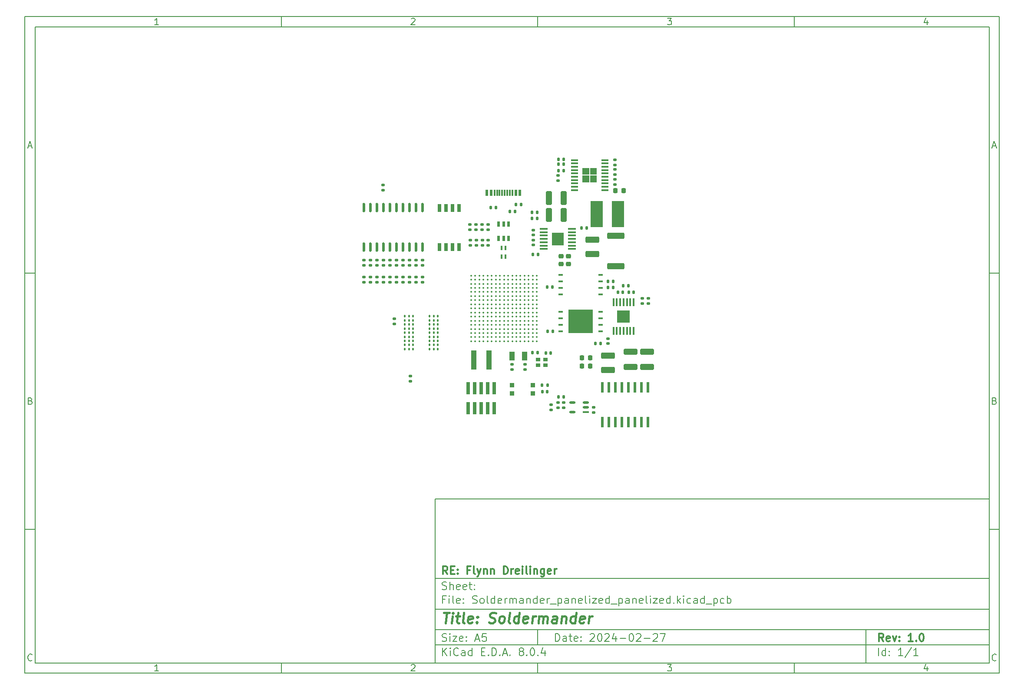
<source format=gbr>
%TF.GenerationSoftware,KiCad,Pcbnew,8.0.4*%
%TF.CreationDate,2024-07-26T00:04:38-07:00*%
%TF.ProjectId,Soldermander_panelized_panelized,536f6c64-6572-46d6-916e-6465725f7061,1.0*%
%TF.SameCoordinates,Original*%
%TF.FileFunction,Paste,Top*%
%TF.FilePolarity,Positive*%
%FSLAX46Y46*%
G04 Gerber Fmt 4.6, Leading zero omitted, Abs format (unit mm)*
G04 Created by KiCad (PCBNEW 8.0.4) date 2024-07-26 00:04:38*
%MOMM*%
%LPD*%
G01*
G04 APERTURE LIST*
G04 Aperture macros list*
%AMRoundRect*
0 Rectangle with rounded corners*
0 $1 Rounding radius*
0 $2 $3 $4 $5 $6 $7 $8 $9 X,Y pos of 4 corners*
0 Add a 4 corners polygon primitive as box body*
4,1,4,$2,$3,$4,$5,$6,$7,$8,$9,$2,$3,0*
0 Add four circle primitives for the rounded corners*
1,1,$1+$1,$2,$3*
1,1,$1+$1,$4,$5*
1,1,$1+$1,$6,$7*
1,1,$1+$1,$8,$9*
0 Add four rect primitives between the rounded corners*
20,1,$1+$1,$2,$3,$4,$5,0*
20,1,$1+$1,$4,$5,$6,$7,0*
20,1,$1+$1,$6,$7,$8,$9,0*
20,1,$1+$1,$8,$9,$2,$3,0*%
G04 Aperture macros list end*
%ADD10C,0.100000*%
%ADD11C,0.150000*%
%ADD12C,0.300000*%
%ADD13C,0.400000*%
%ADD14C,0.000000*%
%ADD15RoundRect,0.140000X-0.140000X-0.170000X0.140000X-0.170000X0.140000X0.170000X-0.140000X0.170000X0*%
%ADD16RoundRect,0.135000X0.185000X-0.135000X0.185000X0.135000X-0.185000X0.135000X-0.185000X-0.135000X0*%
%ADD17RoundRect,0.135000X-0.135000X-0.185000X0.135000X-0.185000X0.135000X0.185000X-0.135000X0.185000X0*%
%ADD18RoundRect,0.140000X-0.170000X0.140000X-0.170000X-0.140000X0.170000X-0.140000X0.170000X0.140000X0*%
%ADD19RoundRect,0.135000X-0.185000X0.135000X-0.185000X-0.135000X0.185000X-0.135000X0.185000X0.135000X0*%
%ADD20RoundRect,0.225000X-0.225000X-0.250000X0.225000X-0.250000X0.225000X0.250000X-0.225000X0.250000X0*%
%ADD21RoundRect,0.135000X0.135000X0.185000X-0.135000X0.185000X-0.135000X-0.185000X0.135000X-0.185000X0*%
%ADD22R,1.409700X0.355600*%
%ADD23RoundRect,0.140000X0.140000X0.170000X-0.140000X0.170000X-0.140000X-0.170000X0.140000X-0.170000X0*%
%ADD24RoundRect,0.250000X-1.100000X0.325000X-1.100000X-0.325000X1.100000X-0.325000X1.100000X0.325000X0*%
%ADD25RoundRect,0.225000X0.250000X-0.225000X0.250000X0.225000X-0.250000X0.225000X-0.250000X-0.225000X0*%
%ADD26R,1.600200X0.304800*%
%ADD27R,2.310000X2.460000*%
%ADD28R,0.762000X1.500000*%
%ADD29R,0.558800X0.977900*%
%ADD30R,1.000000X1.800000*%
%ADD31C,0.355600*%
%ADD32RoundRect,0.147500X0.172500X-0.147500X0.172500X0.147500X-0.172500X0.147500X-0.172500X-0.147500X0*%
%ADD33R,1.219200X0.457200*%
%ADD34O,1.219200X0.457200*%
%ADD35RoundRect,0.250000X-1.075000X0.375000X-1.075000X-0.375000X1.075000X-0.375000X1.075000X0.375000X0*%
%ADD36R,1.100000X3.700000*%
%ADD37R,0.900000X0.800000*%
%ADD38R,2.350000X5.100000*%
%ADD39R,0.558800X2.159000*%
%ADD40R,0.950000X0.450000*%
%ADD41R,0.304800X1.600200*%
%ADD42R,2.460000X2.310000*%
%ADD43C,0.457200*%
%ADD44O,0.560000X1.840000*%
%ADD45RoundRect,0.250000X0.325000X1.100000X-0.325000X1.100000X-0.325000X-1.100000X0.325000X-1.100000X0*%
%ADD46RoundRect,0.140000X0.170000X-0.140000X0.170000X0.140000X-0.170000X0.140000X-0.170000X-0.140000X0*%
%ADD47R,0.600000X1.150000*%
%ADD48R,0.300000X1.150000*%
%ADD49R,0.740000X2.400000*%
%ADD50RoundRect,0.250000X1.425000X-0.362500X1.425000X0.362500X-1.425000X0.362500X-1.425000X-0.362500X0*%
%ADD51R,0.900000X0.900000*%
%ADD52R,4.750000X4.650000*%
%ADD53R,0.406400X0.914400*%
G04 APERTURE END LIST*
D10*
D11*
X90007200Y-104005800D02*
X198007200Y-104005800D01*
X198007200Y-136005800D01*
X90007200Y-136005800D01*
X90007200Y-104005800D01*
D10*
D11*
X10000000Y-10000000D02*
X200007200Y-10000000D01*
X200007200Y-138005800D01*
X10000000Y-138005800D01*
X10000000Y-10000000D01*
D10*
D11*
X12000000Y-12000000D02*
X198007200Y-12000000D01*
X198007200Y-136005800D01*
X12000000Y-136005800D01*
X12000000Y-12000000D01*
D10*
D11*
X60000000Y-12000000D02*
X60000000Y-10000000D01*
D10*
D11*
X110000000Y-12000000D02*
X110000000Y-10000000D01*
D10*
D11*
X160000000Y-12000000D02*
X160000000Y-10000000D01*
D10*
D11*
X36089160Y-11593604D02*
X35346303Y-11593604D01*
X35717731Y-11593604D02*
X35717731Y-10293604D01*
X35717731Y-10293604D02*
X35593922Y-10479319D01*
X35593922Y-10479319D02*
X35470112Y-10603128D01*
X35470112Y-10603128D02*
X35346303Y-10665033D01*
D10*
D11*
X85346303Y-10417414D02*
X85408207Y-10355509D01*
X85408207Y-10355509D02*
X85532017Y-10293604D01*
X85532017Y-10293604D02*
X85841541Y-10293604D01*
X85841541Y-10293604D02*
X85965350Y-10355509D01*
X85965350Y-10355509D02*
X86027255Y-10417414D01*
X86027255Y-10417414D02*
X86089160Y-10541223D01*
X86089160Y-10541223D02*
X86089160Y-10665033D01*
X86089160Y-10665033D02*
X86027255Y-10850747D01*
X86027255Y-10850747D02*
X85284398Y-11593604D01*
X85284398Y-11593604D02*
X86089160Y-11593604D01*
D10*
D11*
X135284398Y-10293604D02*
X136089160Y-10293604D01*
X136089160Y-10293604D02*
X135655826Y-10788842D01*
X135655826Y-10788842D02*
X135841541Y-10788842D01*
X135841541Y-10788842D02*
X135965350Y-10850747D01*
X135965350Y-10850747D02*
X136027255Y-10912652D01*
X136027255Y-10912652D02*
X136089160Y-11036461D01*
X136089160Y-11036461D02*
X136089160Y-11345985D01*
X136089160Y-11345985D02*
X136027255Y-11469795D01*
X136027255Y-11469795D02*
X135965350Y-11531700D01*
X135965350Y-11531700D02*
X135841541Y-11593604D01*
X135841541Y-11593604D02*
X135470112Y-11593604D01*
X135470112Y-11593604D02*
X135346303Y-11531700D01*
X135346303Y-11531700D02*
X135284398Y-11469795D01*
D10*
D11*
X185965350Y-10726938D02*
X185965350Y-11593604D01*
X185655826Y-10231700D02*
X185346303Y-11160271D01*
X185346303Y-11160271D02*
X186151064Y-11160271D01*
D10*
D11*
X60000000Y-136005800D02*
X60000000Y-138005800D01*
D10*
D11*
X110000000Y-136005800D02*
X110000000Y-138005800D01*
D10*
D11*
X160000000Y-136005800D02*
X160000000Y-138005800D01*
D10*
D11*
X36089160Y-137599404D02*
X35346303Y-137599404D01*
X35717731Y-137599404D02*
X35717731Y-136299404D01*
X35717731Y-136299404D02*
X35593922Y-136485119D01*
X35593922Y-136485119D02*
X35470112Y-136608928D01*
X35470112Y-136608928D02*
X35346303Y-136670833D01*
D10*
D11*
X85346303Y-136423214D02*
X85408207Y-136361309D01*
X85408207Y-136361309D02*
X85532017Y-136299404D01*
X85532017Y-136299404D02*
X85841541Y-136299404D01*
X85841541Y-136299404D02*
X85965350Y-136361309D01*
X85965350Y-136361309D02*
X86027255Y-136423214D01*
X86027255Y-136423214D02*
X86089160Y-136547023D01*
X86089160Y-136547023D02*
X86089160Y-136670833D01*
X86089160Y-136670833D02*
X86027255Y-136856547D01*
X86027255Y-136856547D02*
X85284398Y-137599404D01*
X85284398Y-137599404D02*
X86089160Y-137599404D01*
D10*
D11*
X135284398Y-136299404D02*
X136089160Y-136299404D01*
X136089160Y-136299404D02*
X135655826Y-136794642D01*
X135655826Y-136794642D02*
X135841541Y-136794642D01*
X135841541Y-136794642D02*
X135965350Y-136856547D01*
X135965350Y-136856547D02*
X136027255Y-136918452D01*
X136027255Y-136918452D02*
X136089160Y-137042261D01*
X136089160Y-137042261D02*
X136089160Y-137351785D01*
X136089160Y-137351785D02*
X136027255Y-137475595D01*
X136027255Y-137475595D02*
X135965350Y-137537500D01*
X135965350Y-137537500D02*
X135841541Y-137599404D01*
X135841541Y-137599404D02*
X135470112Y-137599404D01*
X135470112Y-137599404D02*
X135346303Y-137537500D01*
X135346303Y-137537500D02*
X135284398Y-137475595D01*
D10*
D11*
X185965350Y-136732738D02*
X185965350Y-137599404D01*
X185655826Y-136237500D02*
X185346303Y-137166071D01*
X185346303Y-137166071D02*
X186151064Y-137166071D01*
D10*
D11*
X10000000Y-60000000D02*
X12000000Y-60000000D01*
D10*
D11*
X10000000Y-110000000D02*
X12000000Y-110000000D01*
D10*
D11*
X10690476Y-35222176D02*
X11309523Y-35222176D01*
X10566666Y-35593604D02*
X10999999Y-34293604D01*
X10999999Y-34293604D02*
X11433333Y-35593604D01*
D10*
D11*
X11092857Y-84912652D02*
X11278571Y-84974557D01*
X11278571Y-84974557D02*
X11340476Y-85036461D01*
X11340476Y-85036461D02*
X11402380Y-85160271D01*
X11402380Y-85160271D02*
X11402380Y-85345985D01*
X11402380Y-85345985D02*
X11340476Y-85469795D01*
X11340476Y-85469795D02*
X11278571Y-85531700D01*
X11278571Y-85531700D02*
X11154761Y-85593604D01*
X11154761Y-85593604D02*
X10659523Y-85593604D01*
X10659523Y-85593604D02*
X10659523Y-84293604D01*
X10659523Y-84293604D02*
X11092857Y-84293604D01*
X11092857Y-84293604D02*
X11216666Y-84355509D01*
X11216666Y-84355509D02*
X11278571Y-84417414D01*
X11278571Y-84417414D02*
X11340476Y-84541223D01*
X11340476Y-84541223D02*
X11340476Y-84665033D01*
X11340476Y-84665033D02*
X11278571Y-84788842D01*
X11278571Y-84788842D02*
X11216666Y-84850747D01*
X11216666Y-84850747D02*
X11092857Y-84912652D01*
X11092857Y-84912652D02*
X10659523Y-84912652D01*
D10*
D11*
X11402380Y-135469795D02*
X11340476Y-135531700D01*
X11340476Y-135531700D02*
X11154761Y-135593604D01*
X11154761Y-135593604D02*
X11030952Y-135593604D01*
X11030952Y-135593604D02*
X10845238Y-135531700D01*
X10845238Y-135531700D02*
X10721428Y-135407890D01*
X10721428Y-135407890D02*
X10659523Y-135284080D01*
X10659523Y-135284080D02*
X10597619Y-135036461D01*
X10597619Y-135036461D02*
X10597619Y-134850747D01*
X10597619Y-134850747D02*
X10659523Y-134603128D01*
X10659523Y-134603128D02*
X10721428Y-134479319D01*
X10721428Y-134479319D02*
X10845238Y-134355509D01*
X10845238Y-134355509D02*
X11030952Y-134293604D01*
X11030952Y-134293604D02*
X11154761Y-134293604D01*
X11154761Y-134293604D02*
X11340476Y-134355509D01*
X11340476Y-134355509D02*
X11402380Y-134417414D01*
D10*
D11*
X200007200Y-60000000D02*
X198007200Y-60000000D01*
D10*
D11*
X200007200Y-110000000D02*
X198007200Y-110000000D01*
D10*
D11*
X198697676Y-35222176D02*
X199316723Y-35222176D01*
X198573866Y-35593604D02*
X199007199Y-34293604D01*
X199007199Y-34293604D02*
X199440533Y-35593604D01*
D10*
D11*
X199100057Y-84912652D02*
X199285771Y-84974557D01*
X199285771Y-84974557D02*
X199347676Y-85036461D01*
X199347676Y-85036461D02*
X199409580Y-85160271D01*
X199409580Y-85160271D02*
X199409580Y-85345985D01*
X199409580Y-85345985D02*
X199347676Y-85469795D01*
X199347676Y-85469795D02*
X199285771Y-85531700D01*
X199285771Y-85531700D02*
X199161961Y-85593604D01*
X199161961Y-85593604D02*
X198666723Y-85593604D01*
X198666723Y-85593604D02*
X198666723Y-84293604D01*
X198666723Y-84293604D02*
X199100057Y-84293604D01*
X199100057Y-84293604D02*
X199223866Y-84355509D01*
X199223866Y-84355509D02*
X199285771Y-84417414D01*
X199285771Y-84417414D02*
X199347676Y-84541223D01*
X199347676Y-84541223D02*
X199347676Y-84665033D01*
X199347676Y-84665033D02*
X199285771Y-84788842D01*
X199285771Y-84788842D02*
X199223866Y-84850747D01*
X199223866Y-84850747D02*
X199100057Y-84912652D01*
X199100057Y-84912652D02*
X198666723Y-84912652D01*
D10*
D11*
X199409580Y-135469795D02*
X199347676Y-135531700D01*
X199347676Y-135531700D02*
X199161961Y-135593604D01*
X199161961Y-135593604D02*
X199038152Y-135593604D01*
X199038152Y-135593604D02*
X198852438Y-135531700D01*
X198852438Y-135531700D02*
X198728628Y-135407890D01*
X198728628Y-135407890D02*
X198666723Y-135284080D01*
X198666723Y-135284080D02*
X198604819Y-135036461D01*
X198604819Y-135036461D02*
X198604819Y-134850747D01*
X198604819Y-134850747D02*
X198666723Y-134603128D01*
X198666723Y-134603128D02*
X198728628Y-134479319D01*
X198728628Y-134479319D02*
X198852438Y-134355509D01*
X198852438Y-134355509D02*
X199038152Y-134293604D01*
X199038152Y-134293604D02*
X199161961Y-134293604D01*
X199161961Y-134293604D02*
X199347676Y-134355509D01*
X199347676Y-134355509D02*
X199409580Y-134417414D01*
D10*
D11*
X113463026Y-131791928D02*
X113463026Y-130291928D01*
X113463026Y-130291928D02*
X113820169Y-130291928D01*
X113820169Y-130291928D02*
X114034455Y-130363357D01*
X114034455Y-130363357D02*
X114177312Y-130506214D01*
X114177312Y-130506214D02*
X114248741Y-130649071D01*
X114248741Y-130649071D02*
X114320169Y-130934785D01*
X114320169Y-130934785D02*
X114320169Y-131149071D01*
X114320169Y-131149071D02*
X114248741Y-131434785D01*
X114248741Y-131434785D02*
X114177312Y-131577642D01*
X114177312Y-131577642D02*
X114034455Y-131720500D01*
X114034455Y-131720500D02*
X113820169Y-131791928D01*
X113820169Y-131791928D02*
X113463026Y-131791928D01*
X115605884Y-131791928D02*
X115605884Y-131006214D01*
X115605884Y-131006214D02*
X115534455Y-130863357D01*
X115534455Y-130863357D02*
X115391598Y-130791928D01*
X115391598Y-130791928D02*
X115105884Y-130791928D01*
X115105884Y-130791928D02*
X114963026Y-130863357D01*
X115605884Y-131720500D02*
X115463026Y-131791928D01*
X115463026Y-131791928D02*
X115105884Y-131791928D01*
X115105884Y-131791928D02*
X114963026Y-131720500D01*
X114963026Y-131720500D02*
X114891598Y-131577642D01*
X114891598Y-131577642D02*
X114891598Y-131434785D01*
X114891598Y-131434785D02*
X114963026Y-131291928D01*
X114963026Y-131291928D02*
X115105884Y-131220500D01*
X115105884Y-131220500D02*
X115463026Y-131220500D01*
X115463026Y-131220500D02*
X115605884Y-131149071D01*
X116105884Y-130791928D02*
X116677312Y-130791928D01*
X116320169Y-130291928D02*
X116320169Y-131577642D01*
X116320169Y-131577642D02*
X116391598Y-131720500D01*
X116391598Y-131720500D02*
X116534455Y-131791928D01*
X116534455Y-131791928D02*
X116677312Y-131791928D01*
X117748741Y-131720500D02*
X117605884Y-131791928D01*
X117605884Y-131791928D02*
X117320170Y-131791928D01*
X117320170Y-131791928D02*
X117177312Y-131720500D01*
X117177312Y-131720500D02*
X117105884Y-131577642D01*
X117105884Y-131577642D02*
X117105884Y-131006214D01*
X117105884Y-131006214D02*
X117177312Y-130863357D01*
X117177312Y-130863357D02*
X117320170Y-130791928D01*
X117320170Y-130791928D02*
X117605884Y-130791928D01*
X117605884Y-130791928D02*
X117748741Y-130863357D01*
X117748741Y-130863357D02*
X117820170Y-131006214D01*
X117820170Y-131006214D02*
X117820170Y-131149071D01*
X117820170Y-131149071D02*
X117105884Y-131291928D01*
X118463026Y-131649071D02*
X118534455Y-131720500D01*
X118534455Y-131720500D02*
X118463026Y-131791928D01*
X118463026Y-131791928D02*
X118391598Y-131720500D01*
X118391598Y-131720500D02*
X118463026Y-131649071D01*
X118463026Y-131649071D02*
X118463026Y-131791928D01*
X118463026Y-130863357D02*
X118534455Y-130934785D01*
X118534455Y-130934785D02*
X118463026Y-131006214D01*
X118463026Y-131006214D02*
X118391598Y-130934785D01*
X118391598Y-130934785D02*
X118463026Y-130863357D01*
X118463026Y-130863357D02*
X118463026Y-131006214D01*
X120248741Y-130434785D02*
X120320169Y-130363357D01*
X120320169Y-130363357D02*
X120463027Y-130291928D01*
X120463027Y-130291928D02*
X120820169Y-130291928D01*
X120820169Y-130291928D02*
X120963027Y-130363357D01*
X120963027Y-130363357D02*
X121034455Y-130434785D01*
X121034455Y-130434785D02*
X121105884Y-130577642D01*
X121105884Y-130577642D02*
X121105884Y-130720500D01*
X121105884Y-130720500D02*
X121034455Y-130934785D01*
X121034455Y-130934785D02*
X120177312Y-131791928D01*
X120177312Y-131791928D02*
X121105884Y-131791928D01*
X122034455Y-130291928D02*
X122177312Y-130291928D01*
X122177312Y-130291928D02*
X122320169Y-130363357D01*
X122320169Y-130363357D02*
X122391598Y-130434785D01*
X122391598Y-130434785D02*
X122463026Y-130577642D01*
X122463026Y-130577642D02*
X122534455Y-130863357D01*
X122534455Y-130863357D02*
X122534455Y-131220500D01*
X122534455Y-131220500D02*
X122463026Y-131506214D01*
X122463026Y-131506214D02*
X122391598Y-131649071D01*
X122391598Y-131649071D02*
X122320169Y-131720500D01*
X122320169Y-131720500D02*
X122177312Y-131791928D01*
X122177312Y-131791928D02*
X122034455Y-131791928D01*
X122034455Y-131791928D02*
X121891598Y-131720500D01*
X121891598Y-131720500D02*
X121820169Y-131649071D01*
X121820169Y-131649071D02*
X121748740Y-131506214D01*
X121748740Y-131506214D02*
X121677312Y-131220500D01*
X121677312Y-131220500D02*
X121677312Y-130863357D01*
X121677312Y-130863357D02*
X121748740Y-130577642D01*
X121748740Y-130577642D02*
X121820169Y-130434785D01*
X121820169Y-130434785D02*
X121891598Y-130363357D01*
X121891598Y-130363357D02*
X122034455Y-130291928D01*
X123105883Y-130434785D02*
X123177311Y-130363357D01*
X123177311Y-130363357D02*
X123320169Y-130291928D01*
X123320169Y-130291928D02*
X123677311Y-130291928D01*
X123677311Y-130291928D02*
X123820169Y-130363357D01*
X123820169Y-130363357D02*
X123891597Y-130434785D01*
X123891597Y-130434785D02*
X123963026Y-130577642D01*
X123963026Y-130577642D02*
X123963026Y-130720500D01*
X123963026Y-130720500D02*
X123891597Y-130934785D01*
X123891597Y-130934785D02*
X123034454Y-131791928D01*
X123034454Y-131791928D02*
X123963026Y-131791928D01*
X125248740Y-130791928D02*
X125248740Y-131791928D01*
X124891597Y-130220500D02*
X124534454Y-131291928D01*
X124534454Y-131291928D02*
X125463025Y-131291928D01*
X126034453Y-131220500D02*
X127177311Y-131220500D01*
X128177311Y-130291928D02*
X128320168Y-130291928D01*
X128320168Y-130291928D02*
X128463025Y-130363357D01*
X128463025Y-130363357D02*
X128534454Y-130434785D01*
X128534454Y-130434785D02*
X128605882Y-130577642D01*
X128605882Y-130577642D02*
X128677311Y-130863357D01*
X128677311Y-130863357D02*
X128677311Y-131220500D01*
X128677311Y-131220500D02*
X128605882Y-131506214D01*
X128605882Y-131506214D02*
X128534454Y-131649071D01*
X128534454Y-131649071D02*
X128463025Y-131720500D01*
X128463025Y-131720500D02*
X128320168Y-131791928D01*
X128320168Y-131791928D02*
X128177311Y-131791928D01*
X128177311Y-131791928D02*
X128034454Y-131720500D01*
X128034454Y-131720500D02*
X127963025Y-131649071D01*
X127963025Y-131649071D02*
X127891596Y-131506214D01*
X127891596Y-131506214D02*
X127820168Y-131220500D01*
X127820168Y-131220500D02*
X127820168Y-130863357D01*
X127820168Y-130863357D02*
X127891596Y-130577642D01*
X127891596Y-130577642D02*
X127963025Y-130434785D01*
X127963025Y-130434785D02*
X128034454Y-130363357D01*
X128034454Y-130363357D02*
X128177311Y-130291928D01*
X129248739Y-130434785D02*
X129320167Y-130363357D01*
X129320167Y-130363357D02*
X129463025Y-130291928D01*
X129463025Y-130291928D02*
X129820167Y-130291928D01*
X129820167Y-130291928D02*
X129963025Y-130363357D01*
X129963025Y-130363357D02*
X130034453Y-130434785D01*
X130034453Y-130434785D02*
X130105882Y-130577642D01*
X130105882Y-130577642D02*
X130105882Y-130720500D01*
X130105882Y-130720500D02*
X130034453Y-130934785D01*
X130034453Y-130934785D02*
X129177310Y-131791928D01*
X129177310Y-131791928D02*
X130105882Y-131791928D01*
X130748738Y-131220500D02*
X131891596Y-131220500D01*
X132534453Y-130434785D02*
X132605881Y-130363357D01*
X132605881Y-130363357D02*
X132748739Y-130291928D01*
X132748739Y-130291928D02*
X133105881Y-130291928D01*
X133105881Y-130291928D02*
X133248739Y-130363357D01*
X133248739Y-130363357D02*
X133320167Y-130434785D01*
X133320167Y-130434785D02*
X133391596Y-130577642D01*
X133391596Y-130577642D02*
X133391596Y-130720500D01*
X133391596Y-130720500D02*
X133320167Y-130934785D01*
X133320167Y-130934785D02*
X132463024Y-131791928D01*
X132463024Y-131791928D02*
X133391596Y-131791928D01*
X133891595Y-130291928D02*
X134891595Y-130291928D01*
X134891595Y-130291928D02*
X134248738Y-131791928D01*
D10*
D11*
X90007200Y-132505800D02*
X198007200Y-132505800D01*
D10*
D11*
X91463026Y-134591928D02*
X91463026Y-133091928D01*
X92320169Y-134591928D02*
X91677312Y-133734785D01*
X92320169Y-133091928D02*
X91463026Y-133949071D01*
X92963026Y-134591928D02*
X92963026Y-133591928D01*
X92963026Y-133091928D02*
X92891598Y-133163357D01*
X92891598Y-133163357D02*
X92963026Y-133234785D01*
X92963026Y-133234785D02*
X93034455Y-133163357D01*
X93034455Y-133163357D02*
X92963026Y-133091928D01*
X92963026Y-133091928D02*
X92963026Y-133234785D01*
X94534455Y-134449071D02*
X94463027Y-134520500D01*
X94463027Y-134520500D02*
X94248741Y-134591928D01*
X94248741Y-134591928D02*
X94105884Y-134591928D01*
X94105884Y-134591928D02*
X93891598Y-134520500D01*
X93891598Y-134520500D02*
X93748741Y-134377642D01*
X93748741Y-134377642D02*
X93677312Y-134234785D01*
X93677312Y-134234785D02*
X93605884Y-133949071D01*
X93605884Y-133949071D02*
X93605884Y-133734785D01*
X93605884Y-133734785D02*
X93677312Y-133449071D01*
X93677312Y-133449071D02*
X93748741Y-133306214D01*
X93748741Y-133306214D02*
X93891598Y-133163357D01*
X93891598Y-133163357D02*
X94105884Y-133091928D01*
X94105884Y-133091928D02*
X94248741Y-133091928D01*
X94248741Y-133091928D02*
X94463027Y-133163357D01*
X94463027Y-133163357D02*
X94534455Y-133234785D01*
X95820170Y-134591928D02*
X95820170Y-133806214D01*
X95820170Y-133806214D02*
X95748741Y-133663357D01*
X95748741Y-133663357D02*
X95605884Y-133591928D01*
X95605884Y-133591928D02*
X95320170Y-133591928D01*
X95320170Y-133591928D02*
X95177312Y-133663357D01*
X95820170Y-134520500D02*
X95677312Y-134591928D01*
X95677312Y-134591928D02*
X95320170Y-134591928D01*
X95320170Y-134591928D02*
X95177312Y-134520500D01*
X95177312Y-134520500D02*
X95105884Y-134377642D01*
X95105884Y-134377642D02*
X95105884Y-134234785D01*
X95105884Y-134234785D02*
X95177312Y-134091928D01*
X95177312Y-134091928D02*
X95320170Y-134020500D01*
X95320170Y-134020500D02*
X95677312Y-134020500D01*
X95677312Y-134020500D02*
X95820170Y-133949071D01*
X97177313Y-134591928D02*
X97177313Y-133091928D01*
X97177313Y-134520500D02*
X97034455Y-134591928D01*
X97034455Y-134591928D02*
X96748741Y-134591928D01*
X96748741Y-134591928D02*
X96605884Y-134520500D01*
X96605884Y-134520500D02*
X96534455Y-134449071D01*
X96534455Y-134449071D02*
X96463027Y-134306214D01*
X96463027Y-134306214D02*
X96463027Y-133877642D01*
X96463027Y-133877642D02*
X96534455Y-133734785D01*
X96534455Y-133734785D02*
X96605884Y-133663357D01*
X96605884Y-133663357D02*
X96748741Y-133591928D01*
X96748741Y-133591928D02*
X97034455Y-133591928D01*
X97034455Y-133591928D02*
X97177313Y-133663357D01*
X99034455Y-133806214D02*
X99534455Y-133806214D01*
X99748741Y-134591928D02*
X99034455Y-134591928D01*
X99034455Y-134591928D02*
X99034455Y-133091928D01*
X99034455Y-133091928D02*
X99748741Y-133091928D01*
X100391598Y-134449071D02*
X100463027Y-134520500D01*
X100463027Y-134520500D02*
X100391598Y-134591928D01*
X100391598Y-134591928D02*
X100320170Y-134520500D01*
X100320170Y-134520500D02*
X100391598Y-134449071D01*
X100391598Y-134449071D02*
X100391598Y-134591928D01*
X101105884Y-134591928D02*
X101105884Y-133091928D01*
X101105884Y-133091928D02*
X101463027Y-133091928D01*
X101463027Y-133091928D02*
X101677313Y-133163357D01*
X101677313Y-133163357D02*
X101820170Y-133306214D01*
X101820170Y-133306214D02*
X101891599Y-133449071D01*
X101891599Y-133449071D02*
X101963027Y-133734785D01*
X101963027Y-133734785D02*
X101963027Y-133949071D01*
X101963027Y-133949071D02*
X101891599Y-134234785D01*
X101891599Y-134234785D02*
X101820170Y-134377642D01*
X101820170Y-134377642D02*
X101677313Y-134520500D01*
X101677313Y-134520500D02*
X101463027Y-134591928D01*
X101463027Y-134591928D02*
X101105884Y-134591928D01*
X102605884Y-134449071D02*
X102677313Y-134520500D01*
X102677313Y-134520500D02*
X102605884Y-134591928D01*
X102605884Y-134591928D02*
X102534456Y-134520500D01*
X102534456Y-134520500D02*
X102605884Y-134449071D01*
X102605884Y-134449071D02*
X102605884Y-134591928D01*
X103248742Y-134163357D02*
X103963028Y-134163357D01*
X103105885Y-134591928D02*
X103605885Y-133091928D01*
X103605885Y-133091928D02*
X104105885Y-134591928D01*
X104605884Y-134449071D02*
X104677313Y-134520500D01*
X104677313Y-134520500D02*
X104605884Y-134591928D01*
X104605884Y-134591928D02*
X104534456Y-134520500D01*
X104534456Y-134520500D02*
X104605884Y-134449071D01*
X104605884Y-134449071D02*
X104605884Y-134591928D01*
X106677313Y-133734785D02*
X106534456Y-133663357D01*
X106534456Y-133663357D02*
X106463027Y-133591928D01*
X106463027Y-133591928D02*
X106391599Y-133449071D01*
X106391599Y-133449071D02*
X106391599Y-133377642D01*
X106391599Y-133377642D02*
X106463027Y-133234785D01*
X106463027Y-133234785D02*
X106534456Y-133163357D01*
X106534456Y-133163357D02*
X106677313Y-133091928D01*
X106677313Y-133091928D02*
X106963027Y-133091928D01*
X106963027Y-133091928D02*
X107105885Y-133163357D01*
X107105885Y-133163357D02*
X107177313Y-133234785D01*
X107177313Y-133234785D02*
X107248742Y-133377642D01*
X107248742Y-133377642D02*
X107248742Y-133449071D01*
X107248742Y-133449071D02*
X107177313Y-133591928D01*
X107177313Y-133591928D02*
X107105885Y-133663357D01*
X107105885Y-133663357D02*
X106963027Y-133734785D01*
X106963027Y-133734785D02*
X106677313Y-133734785D01*
X106677313Y-133734785D02*
X106534456Y-133806214D01*
X106534456Y-133806214D02*
X106463027Y-133877642D01*
X106463027Y-133877642D02*
X106391599Y-134020500D01*
X106391599Y-134020500D02*
X106391599Y-134306214D01*
X106391599Y-134306214D02*
X106463027Y-134449071D01*
X106463027Y-134449071D02*
X106534456Y-134520500D01*
X106534456Y-134520500D02*
X106677313Y-134591928D01*
X106677313Y-134591928D02*
X106963027Y-134591928D01*
X106963027Y-134591928D02*
X107105885Y-134520500D01*
X107105885Y-134520500D02*
X107177313Y-134449071D01*
X107177313Y-134449071D02*
X107248742Y-134306214D01*
X107248742Y-134306214D02*
X107248742Y-134020500D01*
X107248742Y-134020500D02*
X107177313Y-133877642D01*
X107177313Y-133877642D02*
X107105885Y-133806214D01*
X107105885Y-133806214D02*
X106963027Y-133734785D01*
X107891598Y-134449071D02*
X107963027Y-134520500D01*
X107963027Y-134520500D02*
X107891598Y-134591928D01*
X107891598Y-134591928D02*
X107820170Y-134520500D01*
X107820170Y-134520500D02*
X107891598Y-134449071D01*
X107891598Y-134449071D02*
X107891598Y-134591928D01*
X108891599Y-133091928D02*
X109034456Y-133091928D01*
X109034456Y-133091928D02*
X109177313Y-133163357D01*
X109177313Y-133163357D02*
X109248742Y-133234785D01*
X109248742Y-133234785D02*
X109320170Y-133377642D01*
X109320170Y-133377642D02*
X109391599Y-133663357D01*
X109391599Y-133663357D02*
X109391599Y-134020500D01*
X109391599Y-134020500D02*
X109320170Y-134306214D01*
X109320170Y-134306214D02*
X109248742Y-134449071D01*
X109248742Y-134449071D02*
X109177313Y-134520500D01*
X109177313Y-134520500D02*
X109034456Y-134591928D01*
X109034456Y-134591928D02*
X108891599Y-134591928D01*
X108891599Y-134591928D02*
X108748742Y-134520500D01*
X108748742Y-134520500D02*
X108677313Y-134449071D01*
X108677313Y-134449071D02*
X108605884Y-134306214D01*
X108605884Y-134306214D02*
X108534456Y-134020500D01*
X108534456Y-134020500D02*
X108534456Y-133663357D01*
X108534456Y-133663357D02*
X108605884Y-133377642D01*
X108605884Y-133377642D02*
X108677313Y-133234785D01*
X108677313Y-133234785D02*
X108748742Y-133163357D01*
X108748742Y-133163357D02*
X108891599Y-133091928D01*
X110034455Y-134449071D02*
X110105884Y-134520500D01*
X110105884Y-134520500D02*
X110034455Y-134591928D01*
X110034455Y-134591928D02*
X109963027Y-134520500D01*
X109963027Y-134520500D02*
X110034455Y-134449071D01*
X110034455Y-134449071D02*
X110034455Y-134591928D01*
X111391599Y-133591928D02*
X111391599Y-134591928D01*
X111034456Y-133020500D02*
X110677313Y-134091928D01*
X110677313Y-134091928D02*
X111605884Y-134091928D01*
D10*
D11*
X90007200Y-129505800D02*
X198007200Y-129505800D01*
D10*
D12*
X177418853Y-131784128D02*
X176918853Y-131069842D01*
X176561710Y-131784128D02*
X176561710Y-130284128D01*
X176561710Y-130284128D02*
X177133139Y-130284128D01*
X177133139Y-130284128D02*
X177275996Y-130355557D01*
X177275996Y-130355557D02*
X177347425Y-130426985D01*
X177347425Y-130426985D02*
X177418853Y-130569842D01*
X177418853Y-130569842D02*
X177418853Y-130784128D01*
X177418853Y-130784128D02*
X177347425Y-130926985D01*
X177347425Y-130926985D02*
X177275996Y-130998414D01*
X177275996Y-130998414D02*
X177133139Y-131069842D01*
X177133139Y-131069842D02*
X176561710Y-131069842D01*
X178633139Y-131712700D02*
X178490282Y-131784128D01*
X178490282Y-131784128D02*
X178204568Y-131784128D01*
X178204568Y-131784128D02*
X178061710Y-131712700D01*
X178061710Y-131712700D02*
X177990282Y-131569842D01*
X177990282Y-131569842D02*
X177990282Y-130998414D01*
X177990282Y-130998414D02*
X178061710Y-130855557D01*
X178061710Y-130855557D02*
X178204568Y-130784128D01*
X178204568Y-130784128D02*
X178490282Y-130784128D01*
X178490282Y-130784128D02*
X178633139Y-130855557D01*
X178633139Y-130855557D02*
X178704568Y-130998414D01*
X178704568Y-130998414D02*
X178704568Y-131141271D01*
X178704568Y-131141271D02*
X177990282Y-131284128D01*
X179204567Y-130784128D02*
X179561710Y-131784128D01*
X179561710Y-131784128D02*
X179918853Y-130784128D01*
X180490281Y-131641271D02*
X180561710Y-131712700D01*
X180561710Y-131712700D02*
X180490281Y-131784128D01*
X180490281Y-131784128D02*
X180418853Y-131712700D01*
X180418853Y-131712700D02*
X180490281Y-131641271D01*
X180490281Y-131641271D02*
X180490281Y-131784128D01*
X180490281Y-130855557D02*
X180561710Y-130926985D01*
X180561710Y-130926985D02*
X180490281Y-130998414D01*
X180490281Y-130998414D02*
X180418853Y-130926985D01*
X180418853Y-130926985D02*
X180490281Y-130855557D01*
X180490281Y-130855557D02*
X180490281Y-130998414D01*
X183133139Y-131784128D02*
X182275996Y-131784128D01*
X182704567Y-131784128D02*
X182704567Y-130284128D01*
X182704567Y-130284128D02*
X182561710Y-130498414D01*
X182561710Y-130498414D02*
X182418853Y-130641271D01*
X182418853Y-130641271D02*
X182275996Y-130712700D01*
X183775995Y-131641271D02*
X183847424Y-131712700D01*
X183847424Y-131712700D02*
X183775995Y-131784128D01*
X183775995Y-131784128D02*
X183704567Y-131712700D01*
X183704567Y-131712700D02*
X183775995Y-131641271D01*
X183775995Y-131641271D02*
X183775995Y-131784128D01*
X184775996Y-130284128D02*
X184918853Y-130284128D01*
X184918853Y-130284128D02*
X185061710Y-130355557D01*
X185061710Y-130355557D02*
X185133139Y-130426985D01*
X185133139Y-130426985D02*
X185204567Y-130569842D01*
X185204567Y-130569842D02*
X185275996Y-130855557D01*
X185275996Y-130855557D02*
X185275996Y-131212700D01*
X185275996Y-131212700D02*
X185204567Y-131498414D01*
X185204567Y-131498414D02*
X185133139Y-131641271D01*
X185133139Y-131641271D02*
X185061710Y-131712700D01*
X185061710Y-131712700D02*
X184918853Y-131784128D01*
X184918853Y-131784128D02*
X184775996Y-131784128D01*
X184775996Y-131784128D02*
X184633139Y-131712700D01*
X184633139Y-131712700D02*
X184561710Y-131641271D01*
X184561710Y-131641271D02*
X184490281Y-131498414D01*
X184490281Y-131498414D02*
X184418853Y-131212700D01*
X184418853Y-131212700D02*
X184418853Y-130855557D01*
X184418853Y-130855557D02*
X184490281Y-130569842D01*
X184490281Y-130569842D02*
X184561710Y-130426985D01*
X184561710Y-130426985D02*
X184633139Y-130355557D01*
X184633139Y-130355557D02*
X184775996Y-130284128D01*
D10*
D11*
X91391598Y-131720500D02*
X91605884Y-131791928D01*
X91605884Y-131791928D02*
X91963026Y-131791928D01*
X91963026Y-131791928D02*
X92105884Y-131720500D01*
X92105884Y-131720500D02*
X92177312Y-131649071D01*
X92177312Y-131649071D02*
X92248741Y-131506214D01*
X92248741Y-131506214D02*
X92248741Y-131363357D01*
X92248741Y-131363357D02*
X92177312Y-131220500D01*
X92177312Y-131220500D02*
X92105884Y-131149071D01*
X92105884Y-131149071D02*
X91963026Y-131077642D01*
X91963026Y-131077642D02*
X91677312Y-131006214D01*
X91677312Y-131006214D02*
X91534455Y-130934785D01*
X91534455Y-130934785D02*
X91463026Y-130863357D01*
X91463026Y-130863357D02*
X91391598Y-130720500D01*
X91391598Y-130720500D02*
X91391598Y-130577642D01*
X91391598Y-130577642D02*
X91463026Y-130434785D01*
X91463026Y-130434785D02*
X91534455Y-130363357D01*
X91534455Y-130363357D02*
X91677312Y-130291928D01*
X91677312Y-130291928D02*
X92034455Y-130291928D01*
X92034455Y-130291928D02*
X92248741Y-130363357D01*
X92891597Y-131791928D02*
X92891597Y-130791928D01*
X92891597Y-130291928D02*
X92820169Y-130363357D01*
X92820169Y-130363357D02*
X92891597Y-130434785D01*
X92891597Y-130434785D02*
X92963026Y-130363357D01*
X92963026Y-130363357D02*
X92891597Y-130291928D01*
X92891597Y-130291928D02*
X92891597Y-130434785D01*
X93463026Y-130791928D02*
X94248741Y-130791928D01*
X94248741Y-130791928D02*
X93463026Y-131791928D01*
X93463026Y-131791928D02*
X94248741Y-131791928D01*
X95391598Y-131720500D02*
X95248741Y-131791928D01*
X95248741Y-131791928D02*
X94963027Y-131791928D01*
X94963027Y-131791928D02*
X94820169Y-131720500D01*
X94820169Y-131720500D02*
X94748741Y-131577642D01*
X94748741Y-131577642D02*
X94748741Y-131006214D01*
X94748741Y-131006214D02*
X94820169Y-130863357D01*
X94820169Y-130863357D02*
X94963027Y-130791928D01*
X94963027Y-130791928D02*
X95248741Y-130791928D01*
X95248741Y-130791928D02*
X95391598Y-130863357D01*
X95391598Y-130863357D02*
X95463027Y-131006214D01*
X95463027Y-131006214D02*
X95463027Y-131149071D01*
X95463027Y-131149071D02*
X94748741Y-131291928D01*
X96105883Y-131649071D02*
X96177312Y-131720500D01*
X96177312Y-131720500D02*
X96105883Y-131791928D01*
X96105883Y-131791928D02*
X96034455Y-131720500D01*
X96034455Y-131720500D02*
X96105883Y-131649071D01*
X96105883Y-131649071D02*
X96105883Y-131791928D01*
X96105883Y-130863357D02*
X96177312Y-130934785D01*
X96177312Y-130934785D02*
X96105883Y-131006214D01*
X96105883Y-131006214D02*
X96034455Y-130934785D01*
X96034455Y-130934785D02*
X96105883Y-130863357D01*
X96105883Y-130863357D02*
X96105883Y-131006214D01*
X97891598Y-131363357D02*
X98605884Y-131363357D01*
X97748741Y-131791928D02*
X98248741Y-130291928D01*
X98248741Y-130291928D02*
X98748741Y-131791928D01*
X99963026Y-130291928D02*
X99248740Y-130291928D01*
X99248740Y-130291928D02*
X99177312Y-131006214D01*
X99177312Y-131006214D02*
X99248740Y-130934785D01*
X99248740Y-130934785D02*
X99391598Y-130863357D01*
X99391598Y-130863357D02*
X99748740Y-130863357D01*
X99748740Y-130863357D02*
X99891598Y-130934785D01*
X99891598Y-130934785D02*
X99963026Y-131006214D01*
X99963026Y-131006214D02*
X100034455Y-131149071D01*
X100034455Y-131149071D02*
X100034455Y-131506214D01*
X100034455Y-131506214D02*
X99963026Y-131649071D01*
X99963026Y-131649071D02*
X99891598Y-131720500D01*
X99891598Y-131720500D02*
X99748740Y-131791928D01*
X99748740Y-131791928D02*
X99391598Y-131791928D01*
X99391598Y-131791928D02*
X99248740Y-131720500D01*
X99248740Y-131720500D02*
X99177312Y-131649071D01*
D10*
D11*
X176463026Y-134591928D02*
X176463026Y-133091928D01*
X177820170Y-134591928D02*
X177820170Y-133091928D01*
X177820170Y-134520500D02*
X177677312Y-134591928D01*
X177677312Y-134591928D02*
X177391598Y-134591928D01*
X177391598Y-134591928D02*
X177248741Y-134520500D01*
X177248741Y-134520500D02*
X177177312Y-134449071D01*
X177177312Y-134449071D02*
X177105884Y-134306214D01*
X177105884Y-134306214D02*
X177105884Y-133877642D01*
X177105884Y-133877642D02*
X177177312Y-133734785D01*
X177177312Y-133734785D02*
X177248741Y-133663357D01*
X177248741Y-133663357D02*
X177391598Y-133591928D01*
X177391598Y-133591928D02*
X177677312Y-133591928D01*
X177677312Y-133591928D02*
X177820170Y-133663357D01*
X178534455Y-134449071D02*
X178605884Y-134520500D01*
X178605884Y-134520500D02*
X178534455Y-134591928D01*
X178534455Y-134591928D02*
X178463027Y-134520500D01*
X178463027Y-134520500D02*
X178534455Y-134449071D01*
X178534455Y-134449071D02*
X178534455Y-134591928D01*
X178534455Y-133663357D02*
X178605884Y-133734785D01*
X178605884Y-133734785D02*
X178534455Y-133806214D01*
X178534455Y-133806214D02*
X178463027Y-133734785D01*
X178463027Y-133734785D02*
X178534455Y-133663357D01*
X178534455Y-133663357D02*
X178534455Y-133806214D01*
X181177313Y-134591928D02*
X180320170Y-134591928D01*
X180748741Y-134591928D02*
X180748741Y-133091928D01*
X180748741Y-133091928D02*
X180605884Y-133306214D01*
X180605884Y-133306214D02*
X180463027Y-133449071D01*
X180463027Y-133449071D02*
X180320170Y-133520500D01*
X182891598Y-133020500D02*
X181605884Y-134949071D01*
X184177313Y-134591928D02*
X183320170Y-134591928D01*
X183748741Y-134591928D02*
X183748741Y-133091928D01*
X183748741Y-133091928D02*
X183605884Y-133306214D01*
X183605884Y-133306214D02*
X183463027Y-133449071D01*
X183463027Y-133449071D02*
X183320170Y-133520500D01*
D10*
D11*
X90007200Y-125505800D02*
X198007200Y-125505800D01*
D10*
D13*
X91698928Y-126210238D02*
X92841785Y-126210238D01*
X92020357Y-128210238D02*
X92270357Y-126210238D01*
X93258452Y-128210238D02*
X93425119Y-126876904D01*
X93508452Y-126210238D02*
X93401309Y-126305476D01*
X93401309Y-126305476D02*
X93484643Y-126400714D01*
X93484643Y-126400714D02*
X93591786Y-126305476D01*
X93591786Y-126305476D02*
X93508452Y-126210238D01*
X93508452Y-126210238D02*
X93484643Y-126400714D01*
X94091786Y-126876904D02*
X94853690Y-126876904D01*
X94460833Y-126210238D02*
X94246548Y-127924523D01*
X94246548Y-127924523D02*
X94317976Y-128115000D01*
X94317976Y-128115000D02*
X94496548Y-128210238D01*
X94496548Y-128210238D02*
X94687024Y-128210238D01*
X95639405Y-128210238D02*
X95460833Y-128115000D01*
X95460833Y-128115000D02*
X95389405Y-127924523D01*
X95389405Y-127924523D02*
X95603690Y-126210238D01*
X97175119Y-128115000D02*
X96972738Y-128210238D01*
X96972738Y-128210238D02*
X96591785Y-128210238D01*
X96591785Y-128210238D02*
X96413214Y-128115000D01*
X96413214Y-128115000D02*
X96341785Y-127924523D01*
X96341785Y-127924523D02*
X96437024Y-127162619D01*
X96437024Y-127162619D02*
X96556071Y-126972142D01*
X96556071Y-126972142D02*
X96758452Y-126876904D01*
X96758452Y-126876904D02*
X97139404Y-126876904D01*
X97139404Y-126876904D02*
X97317976Y-126972142D01*
X97317976Y-126972142D02*
X97389404Y-127162619D01*
X97389404Y-127162619D02*
X97365595Y-127353095D01*
X97365595Y-127353095D02*
X96389404Y-127543571D01*
X98139405Y-128019761D02*
X98222738Y-128115000D01*
X98222738Y-128115000D02*
X98115595Y-128210238D01*
X98115595Y-128210238D02*
X98032262Y-128115000D01*
X98032262Y-128115000D02*
X98139405Y-128019761D01*
X98139405Y-128019761D02*
X98115595Y-128210238D01*
X98270357Y-126972142D02*
X98353690Y-127067380D01*
X98353690Y-127067380D02*
X98246548Y-127162619D01*
X98246548Y-127162619D02*
X98163214Y-127067380D01*
X98163214Y-127067380D02*
X98270357Y-126972142D01*
X98270357Y-126972142D02*
X98246548Y-127162619D01*
X100508453Y-128115000D02*
X100782262Y-128210238D01*
X100782262Y-128210238D02*
X101258453Y-128210238D01*
X101258453Y-128210238D02*
X101460834Y-128115000D01*
X101460834Y-128115000D02*
X101567977Y-128019761D01*
X101567977Y-128019761D02*
X101687024Y-127829285D01*
X101687024Y-127829285D02*
X101710834Y-127638809D01*
X101710834Y-127638809D02*
X101639405Y-127448333D01*
X101639405Y-127448333D02*
X101556072Y-127353095D01*
X101556072Y-127353095D02*
X101377501Y-127257857D01*
X101377501Y-127257857D02*
X101008453Y-127162619D01*
X101008453Y-127162619D02*
X100829881Y-127067380D01*
X100829881Y-127067380D02*
X100746548Y-126972142D01*
X100746548Y-126972142D02*
X100675120Y-126781666D01*
X100675120Y-126781666D02*
X100698929Y-126591190D01*
X100698929Y-126591190D02*
X100817977Y-126400714D01*
X100817977Y-126400714D02*
X100925120Y-126305476D01*
X100925120Y-126305476D02*
X101127501Y-126210238D01*
X101127501Y-126210238D02*
X101603691Y-126210238D01*
X101603691Y-126210238D02*
X101877501Y-126305476D01*
X102782263Y-128210238D02*
X102603691Y-128115000D01*
X102603691Y-128115000D02*
X102520358Y-128019761D01*
X102520358Y-128019761D02*
X102448929Y-127829285D01*
X102448929Y-127829285D02*
X102520358Y-127257857D01*
X102520358Y-127257857D02*
X102639405Y-127067380D01*
X102639405Y-127067380D02*
X102746548Y-126972142D01*
X102746548Y-126972142D02*
X102948929Y-126876904D01*
X102948929Y-126876904D02*
X103234643Y-126876904D01*
X103234643Y-126876904D02*
X103413215Y-126972142D01*
X103413215Y-126972142D02*
X103496548Y-127067380D01*
X103496548Y-127067380D02*
X103567977Y-127257857D01*
X103567977Y-127257857D02*
X103496548Y-127829285D01*
X103496548Y-127829285D02*
X103377501Y-128019761D01*
X103377501Y-128019761D02*
X103270358Y-128115000D01*
X103270358Y-128115000D02*
X103067977Y-128210238D01*
X103067977Y-128210238D02*
X102782263Y-128210238D01*
X104591787Y-128210238D02*
X104413215Y-128115000D01*
X104413215Y-128115000D02*
X104341787Y-127924523D01*
X104341787Y-127924523D02*
X104556072Y-126210238D01*
X106210834Y-128210238D02*
X106460834Y-126210238D01*
X106222739Y-128115000D02*
X106020358Y-128210238D01*
X106020358Y-128210238D02*
X105639406Y-128210238D01*
X105639406Y-128210238D02*
X105460834Y-128115000D01*
X105460834Y-128115000D02*
X105377501Y-128019761D01*
X105377501Y-128019761D02*
X105306072Y-127829285D01*
X105306072Y-127829285D02*
X105377501Y-127257857D01*
X105377501Y-127257857D02*
X105496548Y-127067380D01*
X105496548Y-127067380D02*
X105603691Y-126972142D01*
X105603691Y-126972142D02*
X105806072Y-126876904D01*
X105806072Y-126876904D02*
X106187025Y-126876904D01*
X106187025Y-126876904D02*
X106365596Y-126972142D01*
X107937025Y-128115000D02*
X107734644Y-128210238D01*
X107734644Y-128210238D02*
X107353691Y-128210238D01*
X107353691Y-128210238D02*
X107175120Y-128115000D01*
X107175120Y-128115000D02*
X107103691Y-127924523D01*
X107103691Y-127924523D02*
X107198930Y-127162619D01*
X107198930Y-127162619D02*
X107317977Y-126972142D01*
X107317977Y-126972142D02*
X107520358Y-126876904D01*
X107520358Y-126876904D02*
X107901310Y-126876904D01*
X107901310Y-126876904D02*
X108079882Y-126972142D01*
X108079882Y-126972142D02*
X108151310Y-127162619D01*
X108151310Y-127162619D02*
X108127501Y-127353095D01*
X108127501Y-127353095D02*
X107151310Y-127543571D01*
X108877501Y-128210238D02*
X109044168Y-126876904D01*
X108996549Y-127257857D02*
X109115596Y-127067380D01*
X109115596Y-127067380D02*
X109222739Y-126972142D01*
X109222739Y-126972142D02*
X109425120Y-126876904D01*
X109425120Y-126876904D02*
X109615596Y-126876904D01*
X110115596Y-128210238D02*
X110282263Y-126876904D01*
X110258453Y-127067380D02*
X110365596Y-126972142D01*
X110365596Y-126972142D02*
X110567977Y-126876904D01*
X110567977Y-126876904D02*
X110853691Y-126876904D01*
X110853691Y-126876904D02*
X111032263Y-126972142D01*
X111032263Y-126972142D02*
X111103691Y-127162619D01*
X111103691Y-127162619D02*
X110972739Y-128210238D01*
X111103691Y-127162619D02*
X111222739Y-126972142D01*
X111222739Y-126972142D02*
X111425120Y-126876904D01*
X111425120Y-126876904D02*
X111710834Y-126876904D01*
X111710834Y-126876904D02*
X111889406Y-126972142D01*
X111889406Y-126972142D02*
X111960834Y-127162619D01*
X111960834Y-127162619D02*
X111829882Y-128210238D01*
X113639406Y-128210238D02*
X113770358Y-127162619D01*
X113770358Y-127162619D02*
X113698930Y-126972142D01*
X113698930Y-126972142D02*
X113520358Y-126876904D01*
X113520358Y-126876904D02*
X113139406Y-126876904D01*
X113139406Y-126876904D02*
X112937025Y-126972142D01*
X113651311Y-128115000D02*
X113448930Y-128210238D01*
X113448930Y-128210238D02*
X112972739Y-128210238D01*
X112972739Y-128210238D02*
X112794168Y-128115000D01*
X112794168Y-128115000D02*
X112722739Y-127924523D01*
X112722739Y-127924523D02*
X112746549Y-127734047D01*
X112746549Y-127734047D02*
X112865597Y-127543571D01*
X112865597Y-127543571D02*
X113067978Y-127448333D01*
X113067978Y-127448333D02*
X113544168Y-127448333D01*
X113544168Y-127448333D02*
X113746549Y-127353095D01*
X114758454Y-126876904D02*
X114591787Y-128210238D01*
X114734644Y-127067380D02*
X114841787Y-126972142D01*
X114841787Y-126972142D02*
X115044168Y-126876904D01*
X115044168Y-126876904D02*
X115329882Y-126876904D01*
X115329882Y-126876904D02*
X115508454Y-126972142D01*
X115508454Y-126972142D02*
X115579882Y-127162619D01*
X115579882Y-127162619D02*
X115448930Y-128210238D01*
X117258454Y-128210238D02*
X117508454Y-126210238D01*
X117270359Y-128115000D02*
X117067978Y-128210238D01*
X117067978Y-128210238D02*
X116687026Y-128210238D01*
X116687026Y-128210238D02*
X116508454Y-128115000D01*
X116508454Y-128115000D02*
X116425121Y-128019761D01*
X116425121Y-128019761D02*
X116353692Y-127829285D01*
X116353692Y-127829285D02*
X116425121Y-127257857D01*
X116425121Y-127257857D02*
X116544168Y-127067380D01*
X116544168Y-127067380D02*
X116651311Y-126972142D01*
X116651311Y-126972142D02*
X116853692Y-126876904D01*
X116853692Y-126876904D02*
X117234645Y-126876904D01*
X117234645Y-126876904D02*
X117413216Y-126972142D01*
X118984645Y-128115000D02*
X118782264Y-128210238D01*
X118782264Y-128210238D02*
X118401311Y-128210238D01*
X118401311Y-128210238D02*
X118222740Y-128115000D01*
X118222740Y-128115000D02*
X118151311Y-127924523D01*
X118151311Y-127924523D02*
X118246550Y-127162619D01*
X118246550Y-127162619D02*
X118365597Y-126972142D01*
X118365597Y-126972142D02*
X118567978Y-126876904D01*
X118567978Y-126876904D02*
X118948930Y-126876904D01*
X118948930Y-126876904D02*
X119127502Y-126972142D01*
X119127502Y-126972142D02*
X119198930Y-127162619D01*
X119198930Y-127162619D02*
X119175121Y-127353095D01*
X119175121Y-127353095D02*
X118198930Y-127543571D01*
X119925121Y-128210238D02*
X120091788Y-126876904D01*
X120044169Y-127257857D02*
X120163216Y-127067380D01*
X120163216Y-127067380D02*
X120270359Y-126972142D01*
X120270359Y-126972142D02*
X120472740Y-126876904D01*
X120472740Y-126876904D02*
X120663216Y-126876904D01*
D10*
D11*
X91963026Y-123606214D02*
X91463026Y-123606214D01*
X91463026Y-124391928D02*
X91463026Y-122891928D01*
X91463026Y-122891928D02*
X92177312Y-122891928D01*
X92748740Y-124391928D02*
X92748740Y-123391928D01*
X92748740Y-122891928D02*
X92677312Y-122963357D01*
X92677312Y-122963357D02*
X92748740Y-123034785D01*
X92748740Y-123034785D02*
X92820169Y-122963357D01*
X92820169Y-122963357D02*
X92748740Y-122891928D01*
X92748740Y-122891928D02*
X92748740Y-123034785D01*
X93677312Y-124391928D02*
X93534455Y-124320500D01*
X93534455Y-124320500D02*
X93463026Y-124177642D01*
X93463026Y-124177642D02*
X93463026Y-122891928D01*
X94820169Y-124320500D02*
X94677312Y-124391928D01*
X94677312Y-124391928D02*
X94391598Y-124391928D01*
X94391598Y-124391928D02*
X94248740Y-124320500D01*
X94248740Y-124320500D02*
X94177312Y-124177642D01*
X94177312Y-124177642D02*
X94177312Y-123606214D01*
X94177312Y-123606214D02*
X94248740Y-123463357D01*
X94248740Y-123463357D02*
X94391598Y-123391928D01*
X94391598Y-123391928D02*
X94677312Y-123391928D01*
X94677312Y-123391928D02*
X94820169Y-123463357D01*
X94820169Y-123463357D02*
X94891598Y-123606214D01*
X94891598Y-123606214D02*
X94891598Y-123749071D01*
X94891598Y-123749071D02*
X94177312Y-123891928D01*
X95534454Y-124249071D02*
X95605883Y-124320500D01*
X95605883Y-124320500D02*
X95534454Y-124391928D01*
X95534454Y-124391928D02*
X95463026Y-124320500D01*
X95463026Y-124320500D02*
X95534454Y-124249071D01*
X95534454Y-124249071D02*
X95534454Y-124391928D01*
X95534454Y-123463357D02*
X95605883Y-123534785D01*
X95605883Y-123534785D02*
X95534454Y-123606214D01*
X95534454Y-123606214D02*
X95463026Y-123534785D01*
X95463026Y-123534785D02*
X95534454Y-123463357D01*
X95534454Y-123463357D02*
X95534454Y-123606214D01*
X97320169Y-124320500D02*
X97534455Y-124391928D01*
X97534455Y-124391928D02*
X97891597Y-124391928D01*
X97891597Y-124391928D02*
X98034455Y-124320500D01*
X98034455Y-124320500D02*
X98105883Y-124249071D01*
X98105883Y-124249071D02*
X98177312Y-124106214D01*
X98177312Y-124106214D02*
X98177312Y-123963357D01*
X98177312Y-123963357D02*
X98105883Y-123820500D01*
X98105883Y-123820500D02*
X98034455Y-123749071D01*
X98034455Y-123749071D02*
X97891597Y-123677642D01*
X97891597Y-123677642D02*
X97605883Y-123606214D01*
X97605883Y-123606214D02*
X97463026Y-123534785D01*
X97463026Y-123534785D02*
X97391597Y-123463357D01*
X97391597Y-123463357D02*
X97320169Y-123320500D01*
X97320169Y-123320500D02*
X97320169Y-123177642D01*
X97320169Y-123177642D02*
X97391597Y-123034785D01*
X97391597Y-123034785D02*
X97463026Y-122963357D01*
X97463026Y-122963357D02*
X97605883Y-122891928D01*
X97605883Y-122891928D02*
X97963026Y-122891928D01*
X97963026Y-122891928D02*
X98177312Y-122963357D01*
X99034454Y-124391928D02*
X98891597Y-124320500D01*
X98891597Y-124320500D02*
X98820168Y-124249071D01*
X98820168Y-124249071D02*
X98748740Y-124106214D01*
X98748740Y-124106214D02*
X98748740Y-123677642D01*
X98748740Y-123677642D02*
X98820168Y-123534785D01*
X98820168Y-123534785D02*
X98891597Y-123463357D01*
X98891597Y-123463357D02*
X99034454Y-123391928D01*
X99034454Y-123391928D02*
X99248740Y-123391928D01*
X99248740Y-123391928D02*
X99391597Y-123463357D01*
X99391597Y-123463357D02*
X99463026Y-123534785D01*
X99463026Y-123534785D02*
X99534454Y-123677642D01*
X99534454Y-123677642D02*
X99534454Y-124106214D01*
X99534454Y-124106214D02*
X99463026Y-124249071D01*
X99463026Y-124249071D02*
X99391597Y-124320500D01*
X99391597Y-124320500D02*
X99248740Y-124391928D01*
X99248740Y-124391928D02*
X99034454Y-124391928D01*
X100391597Y-124391928D02*
X100248740Y-124320500D01*
X100248740Y-124320500D02*
X100177311Y-124177642D01*
X100177311Y-124177642D02*
X100177311Y-122891928D01*
X101605883Y-124391928D02*
X101605883Y-122891928D01*
X101605883Y-124320500D02*
X101463025Y-124391928D01*
X101463025Y-124391928D02*
X101177311Y-124391928D01*
X101177311Y-124391928D02*
X101034454Y-124320500D01*
X101034454Y-124320500D02*
X100963025Y-124249071D01*
X100963025Y-124249071D02*
X100891597Y-124106214D01*
X100891597Y-124106214D02*
X100891597Y-123677642D01*
X100891597Y-123677642D02*
X100963025Y-123534785D01*
X100963025Y-123534785D02*
X101034454Y-123463357D01*
X101034454Y-123463357D02*
X101177311Y-123391928D01*
X101177311Y-123391928D02*
X101463025Y-123391928D01*
X101463025Y-123391928D02*
X101605883Y-123463357D01*
X102891597Y-124320500D02*
X102748740Y-124391928D01*
X102748740Y-124391928D02*
X102463026Y-124391928D01*
X102463026Y-124391928D02*
X102320168Y-124320500D01*
X102320168Y-124320500D02*
X102248740Y-124177642D01*
X102248740Y-124177642D02*
X102248740Y-123606214D01*
X102248740Y-123606214D02*
X102320168Y-123463357D01*
X102320168Y-123463357D02*
X102463026Y-123391928D01*
X102463026Y-123391928D02*
X102748740Y-123391928D01*
X102748740Y-123391928D02*
X102891597Y-123463357D01*
X102891597Y-123463357D02*
X102963026Y-123606214D01*
X102963026Y-123606214D02*
X102963026Y-123749071D01*
X102963026Y-123749071D02*
X102248740Y-123891928D01*
X103605882Y-124391928D02*
X103605882Y-123391928D01*
X103605882Y-123677642D02*
X103677311Y-123534785D01*
X103677311Y-123534785D02*
X103748740Y-123463357D01*
X103748740Y-123463357D02*
X103891597Y-123391928D01*
X103891597Y-123391928D02*
X104034454Y-123391928D01*
X104534453Y-124391928D02*
X104534453Y-123391928D01*
X104534453Y-123534785D02*
X104605882Y-123463357D01*
X104605882Y-123463357D02*
X104748739Y-123391928D01*
X104748739Y-123391928D02*
X104963025Y-123391928D01*
X104963025Y-123391928D02*
X105105882Y-123463357D01*
X105105882Y-123463357D02*
X105177311Y-123606214D01*
X105177311Y-123606214D02*
X105177311Y-124391928D01*
X105177311Y-123606214D02*
X105248739Y-123463357D01*
X105248739Y-123463357D02*
X105391596Y-123391928D01*
X105391596Y-123391928D02*
X105605882Y-123391928D01*
X105605882Y-123391928D02*
X105748739Y-123463357D01*
X105748739Y-123463357D02*
X105820168Y-123606214D01*
X105820168Y-123606214D02*
X105820168Y-124391928D01*
X107177311Y-124391928D02*
X107177311Y-123606214D01*
X107177311Y-123606214D02*
X107105882Y-123463357D01*
X107105882Y-123463357D02*
X106963025Y-123391928D01*
X106963025Y-123391928D02*
X106677311Y-123391928D01*
X106677311Y-123391928D02*
X106534453Y-123463357D01*
X107177311Y-124320500D02*
X107034453Y-124391928D01*
X107034453Y-124391928D02*
X106677311Y-124391928D01*
X106677311Y-124391928D02*
X106534453Y-124320500D01*
X106534453Y-124320500D02*
X106463025Y-124177642D01*
X106463025Y-124177642D02*
X106463025Y-124034785D01*
X106463025Y-124034785D02*
X106534453Y-123891928D01*
X106534453Y-123891928D02*
X106677311Y-123820500D01*
X106677311Y-123820500D02*
X107034453Y-123820500D01*
X107034453Y-123820500D02*
X107177311Y-123749071D01*
X107891596Y-123391928D02*
X107891596Y-124391928D01*
X107891596Y-123534785D02*
X107963025Y-123463357D01*
X107963025Y-123463357D02*
X108105882Y-123391928D01*
X108105882Y-123391928D02*
X108320168Y-123391928D01*
X108320168Y-123391928D02*
X108463025Y-123463357D01*
X108463025Y-123463357D02*
X108534454Y-123606214D01*
X108534454Y-123606214D02*
X108534454Y-124391928D01*
X109891597Y-124391928D02*
X109891597Y-122891928D01*
X109891597Y-124320500D02*
X109748739Y-124391928D01*
X109748739Y-124391928D02*
X109463025Y-124391928D01*
X109463025Y-124391928D02*
X109320168Y-124320500D01*
X109320168Y-124320500D02*
X109248739Y-124249071D01*
X109248739Y-124249071D02*
X109177311Y-124106214D01*
X109177311Y-124106214D02*
X109177311Y-123677642D01*
X109177311Y-123677642D02*
X109248739Y-123534785D01*
X109248739Y-123534785D02*
X109320168Y-123463357D01*
X109320168Y-123463357D02*
X109463025Y-123391928D01*
X109463025Y-123391928D02*
X109748739Y-123391928D01*
X109748739Y-123391928D02*
X109891597Y-123463357D01*
X111177311Y-124320500D02*
X111034454Y-124391928D01*
X111034454Y-124391928D02*
X110748740Y-124391928D01*
X110748740Y-124391928D02*
X110605882Y-124320500D01*
X110605882Y-124320500D02*
X110534454Y-124177642D01*
X110534454Y-124177642D02*
X110534454Y-123606214D01*
X110534454Y-123606214D02*
X110605882Y-123463357D01*
X110605882Y-123463357D02*
X110748740Y-123391928D01*
X110748740Y-123391928D02*
X111034454Y-123391928D01*
X111034454Y-123391928D02*
X111177311Y-123463357D01*
X111177311Y-123463357D02*
X111248740Y-123606214D01*
X111248740Y-123606214D02*
X111248740Y-123749071D01*
X111248740Y-123749071D02*
X110534454Y-123891928D01*
X111891596Y-124391928D02*
X111891596Y-123391928D01*
X111891596Y-123677642D02*
X111963025Y-123534785D01*
X111963025Y-123534785D02*
X112034454Y-123463357D01*
X112034454Y-123463357D02*
X112177311Y-123391928D01*
X112177311Y-123391928D02*
X112320168Y-123391928D01*
X112463025Y-124534785D02*
X113605882Y-124534785D01*
X113963024Y-123391928D02*
X113963024Y-124891928D01*
X113963024Y-123463357D02*
X114105882Y-123391928D01*
X114105882Y-123391928D02*
X114391596Y-123391928D01*
X114391596Y-123391928D02*
X114534453Y-123463357D01*
X114534453Y-123463357D02*
X114605882Y-123534785D01*
X114605882Y-123534785D02*
X114677310Y-123677642D01*
X114677310Y-123677642D02*
X114677310Y-124106214D01*
X114677310Y-124106214D02*
X114605882Y-124249071D01*
X114605882Y-124249071D02*
X114534453Y-124320500D01*
X114534453Y-124320500D02*
X114391596Y-124391928D01*
X114391596Y-124391928D02*
X114105882Y-124391928D01*
X114105882Y-124391928D02*
X113963024Y-124320500D01*
X115963025Y-124391928D02*
X115963025Y-123606214D01*
X115963025Y-123606214D02*
X115891596Y-123463357D01*
X115891596Y-123463357D02*
X115748739Y-123391928D01*
X115748739Y-123391928D02*
X115463025Y-123391928D01*
X115463025Y-123391928D02*
X115320167Y-123463357D01*
X115963025Y-124320500D02*
X115820167Y-124391928D01*
X115820167Y-124391928D02*
X115463025Y-124391928D01*
X115463025Y-124391928D02*
X115320167Y-124320500D01*
X115320167Y-124320500D02*
X115248739Y-124177642D01*
X115248739Y-124177642D02*
X115248739Y-124034785D01*
X115248739Y-124034785D02*
X115320167Y-123891928D01*
X115320167Y-123891928D02*
X115463025Y-123820500D01*
X115463025Y-123820500D02*
X115820167Y-123820500D01*
X115820167Y-123820500D02*
X115963025Y-123749071D01*
X116677310Y-123391928D02*
X116677310Y-124391928D01*
X116677310Y-123534785D02*
X116748739Y-123463357D01*
X116748739Y-123463357D02*
X116891596Y-123391928D01*
X116891596Y-123391928D02*
X117105882Y-123391928D01*
X117105882Y-123391928D02*
X117248739Y-123463357D01*
X117248739Y-123463357D02*
X117320168Y-123606214D01*
X117320168Y-123606214D02*
X117320168Y-124391928D01*
X118605882Y-124320500D02*
X118463025Y-124391928D01*
X118463025Y-124391928D02*
X118177311Y-124391928D01*
X118177311Y-124391928D02*
X118034453Y-124320500D01*
X118034453Y-124320500D02*
X117963025Y-124177642D01*
X117963025Y-124177642D02*
X117963025Y-123606214D01*
X117963025Y-123606214D02*
X118034453Y-123463357D01*
X118034453Y-123463357D02*
X118177311Y-123391928D01*
X118177311Y-123391928D02*
X118463025Y-123391928D01*
X118463025Y-123391928D02*
X118605882Y-123463357D01*
X118605882Y-123463357D02*
X118677311Y-123606214D01*
X118677311Y-123606214D02*
X118677311Y-123749071D01*
X118677311Y-123749071D02*
X117963025Y-123891928D01*
X119534453Y-124391928D02*
X119391596Y-124320500D01*
X119391596Y-124320500D02*
X119320167Y-124177642D01*
X119320167Y-124177642D02*
X119320167Y-122891928D01*
X120105881Y-124391928D02*
X120105881Y-123391928D01*
X120105881Y-122891928D02*
X120034453Y-122963357D01*
X120034453Y-122963357D02*
X120105881Y-123034785D01*
X120105881Y-123034785D02*
X120177310Y-122963357D01*
X120177310Y-122963357D02*
X120105881Y-122891928D01*
X120105881Y-122891928D02*
X120105881Y-123034785D01*
X120677310Y-123391928D02*
X121463025Y-123391928D01*
X121463025Y-123391928D02*
X120677310Y-124391928D01*
X120677310Y-124391928D02*
X121463025Y-124391928D01*
X122605882Y-124320500D02*
X122463025Y-124391928D01*
X122463025Y-124391928D02*
X122177311Y-124391928D01*
X122177311Y-124391928D02*
X122034453Y-124320500D01*
X122034453Y-124320500D02*
X121963025Y-124177642D01*
X121963025Y-124177642D02*
X121963025Y-123606214D01*
X121963025Y-123606214D02*
X122034453Y-123463357D01*
X122034453Y-123463357D02*
X122177311Y-123391928D01*
X122177311Y-123391928D02*
X122463025Y-123391928D01*
X122463025Y-123391928D02*
X122605882Y-123463357D01*
X122605882Y-123463357D02*
X122677311Y-123606214D01*
X122677311Y-123606214D02*
X122677311Y-123749071D01*
X122677311Y-123749071D02*
X121963025Y-123891928D01*
X123963025Y-124391928D02*
X123963025Y-122891928D01*
X123963025Y-124320500D02*
X123820167Y-124391928D01*
X123820167Y-124391928D02*
X123534453Y-124391928D01*
X123534453Y-124391928D02*
X123391596Y-124320500D01*
X123391596Y-124320500D02*
X123320167Y-124249071D01*
X123320167Y-124249071D02*
X123248739Y-124106214D01*
X123248739Y-124106214D02*
X123248739Y-123677642D01*
X123248739Y-123677642D02*
X123320167Y-123534785D01*
X123320167Y-123534785D02*
X123391596Y-123463357D01*
X123391596Y-123463357D02*
X123534453Y-123391928D01*
X123534453Y-123391928D02*
X123820167Y-123391928D01*
X123820167Y-123391928D02*
X123963025Y-123463357D01*
X124320168Y-124534785D02*
X125463025Y-124534785D01*
X125820167Y-123391928D02*
X125820167Y-124891928D01*
X125820167Y-123463357D02*
X125963025Y-123391928D01*
X125963025Y-123391928D02*
X126248739Y-123391928D01*
X126248739Y-123391928D02*
X126391596Y-123463357D01*
X126391596Y-123463357D02*
X126463025Y-123534785D01*
X126463025Y-123534785D02*
X126534453Y-123677642D01*
X126534453Y-123677642D02*
X126534453Y-124106214D01*
X126534453Y-124106214D02*
X126463025Y-124249071D01*
X126463025Y-124249071D02*
X126391596Y-124320500D01*
X126391596Y-124320500D02*
X126248739Y-124391928D01*
X126248739Y-124391928D02*
X125963025Y-124391928D01*
X125963025Y-124391928D02*
X125820167Y-124320500D01*
X127820168Y-124391928D02*
X127820168Y-123606214D01*
X127820168Y-123606214D02*
X127748739Y-123463357D01*
X127748739Y-123463357D02*
X127605882Y-123391928D01*
X127605882Y-123391928D02*
X127320168Y-123391928D01*
X127320168Y-123391928D02*
X127177310Y-123463357D01*
X127820168Y-124320500D02*
X127677310Y-124391928D01*
X127677310Y-124391928D02*
X127320168Y-124391928D01*
X127320168Y-124391928D02*
X127177310Y-124320500D01*
X127177310Y-124320500D02*
X127105882Y-124177642D01*
X127105882Y-124177642D02*
X127105882Y-124034785D01*
X127105882Y-124034785D02*
X127177310Y-123891928D01*
X127177310Y-123891928D02*
X127320168Y-123820500D01*
X127320168Y-123820500D02*
X127677310Y-123820500D01*
X127677310Y-123820500D02*
X127820168Y-123749071D01*
X128534453Y-123391928D02*
X128534453Y-124391928D01*
X128534453Y-123534785D02*
X128605882Y-123463357D01*
X128605882Y-123463357D02*
X128748739Y-123391928D01*
X128748739Y-123391928D02*
X128963025Y-123391928D01*
X128963025Y-123391928D02*
X129105882Y-123463357D01*
X129105882Y-123463357D02*
X129177311Y-123606214D01*
X129177311Y-123606214D02*
X129177311Y-124391928D01*
X130463025Y-124320500D02*
X130320168Y-124391928D01*
X130320168Y-124391928D02*
X130034454Y-124391928D01*
X130034454Y-124391928D02*
X129891596Y-124320500D01*
X129891596Y-124320500D02*
X129820168Y-124177642D01*
X129820168Y-124177642D02*
X129820168Y-123606214D01*
X129820168Y-123606214D02*
X129891596Y-123463357D01*
X129891596Y-123463357D02*
X130034454Y-123391928D01*
X130034454Y-123391928D02*
X130320168Y-123391928D01*
X130320168Y-123391928D02*
X130463025Y-123463357D01*
X130463025Y-123463357D02*
X130534454Y-123606214D01*
X130534454Y-123606214D02*
X130534454Y-123749071D01*
X130534454Y-123749071D02*
X129820168Y-123891928D01*
X131391596Y-124391928D02*
X131248739Y-124320500D01*
X131248739Y-124320500D02*
X131177310Y-124177642D01*
X131177310Y-124177642D02*
X131177310Y-122891928D01*
X131963024Y-124391928D02*
X131963024Y-123391928D01*
X131963024Y-122891928D02*
X131891596Y-122963357D01*
X131891596Y-122963357D02*
X131963024Y-123034785D01*
X131963024Y-123034785D02*
X132034453Y-122963357D01*
X132034453Y-122963357D02*
X131963024Y-122891928D01*
X131963024Y-122891928D02*
X131963024Y-123034785D01*
X132534453Y-123391928D02*
X133320168Y-123391928D01*
X133320168Y-123391928D02*
X132534453Y-124391928D01*
X132534453Y-124391928D02*
X133320168Y-124391928D01*
X134463025Y-124320500D02*
X134320168Y-124391928D01*
X134320168Y-124391928D02*
X134034454Y-124391928D01*
X134034454Y-124391928D02*
X133891596Y-124320500D01*
X133891596Y-124320500D02*
X133820168Y-124177642D01*
X133820168Y-124177642D02*
X133820168Y-123606214D01*
X133820168Y-123606214D02*
X133891596Y-123463357D01*
X133891596Y-123463357D02*
X134034454Y-123391928D01*
X134034454Y-123391928D02*
X134320168Y-123391928D01*
X134320168Y-123391928D02*
X134463025Y-123463357D01*
X134463025Y-123463357D02*
X134534454Y-123606214D01*
X134534454Y-123606214D02*
X134534454Y-123749071D01*
X134534454Y-123749071D02*
X133820168Y-123891928D01*
X135820168Y-124391928D02*
X135820168Y-122891928D01*
X135820168Y-124320500D02*
X135677310Y-124391928D01*
X135677310Y-124391928D02*
X135391596Y-124391928D01*
X135391596Y-124391928D02*
X135248739Y-124320500D01*
X135248739Y-124320500D02*
X135177310Y-124249071D01*
X135177310Y-124249071D02*
X135105882Y-124106214D01*
X135105882Y-124106214D02*
X135105882Y-123677642D01*
X135105882Y-123677642D02*
X135177310Y-123534785D01*
X135177310Y-123534785D02*
X135248739Y-123463357D01*
X135248739Y-123463357D02*
X135391596Y-123391928D01*
X135391596Y-123391928D02*
X135677310Y-123391928D01*
X135677310Y-123391928D02*
X135820168Y-123463357D01*
X136534453Y-124249071D02*
X136605882Y-124320500D01*
X136605882Y-124320500D02*
X136534453Y-124391928D01*
X136534453Y-124391928D02*
X136463025Y-124320500D01*
X136463025Y-124320500D02*
X136534453Y-124249071D01*
X136534453Y-124249071D02*
X136534453Y-124391928D01*
X137248739Y-124391928D02*
X137248739Y-122891928D01*
X137391597Y-123820500D02*
X137820168Y-124391928D01*
X137820168Y-123391928D02*
X137248739Y-123963357D01*
X138463025Y-124391928D02*
X138463025Y-123391928D01*
X138463025Y-122891928D02*
X138391597Y-122963357D01*
X138391597Y-122963357D02*
X138463025Y-123034785D01*
X138463025Y-123034785D02*
X138534454Y-122963357D01*
X138534454Y-122963357D02*
X138463025Y-122891928D01*
X138463025Y-122891928D02*
X138463025Y-123034785D01*
X139820169Y-124320500D02*
X139677311Y-124391928D01*
X139677311Y-124391928D02*
X139391597Y-124391928D01*
X139391597Y-124391928D02*
X139248740Y-124320500D01*
X139248740Y-124320500D02*
X139177311Y-124249071D01*
X139177311Y-124249071D02*
X139105883Y-124106214D01*
X139105883Y-124106214D02*
X139105883Y-123677642D01*
X139105883Y-123677642D02*
X139177311Y-123534785D01*
X139177311Y-123534785D02*
X139248740Y-123463357D01*
X139248740Y-123463357D02*
X139391597Y-123391928D01*
X139391597Y-123391928D02*
X139677311Y-123391928D01*
X139677311Y-123391928D02*
X139820169Y-123463357D01*
X141105883Y-124391928D02*
X141105883Y-123606214D01*
X141105883Y-123606214D02*
X141034454Y-123463357D01*
X141034454Y-123463357D02*
X140891597Y-123391928D01*
X140891597Y-123391928D02*
X140605883Y-123391928D01*
X140605883Y-123391928D02*
X140463025Y-123463357D01*
X141105883Y-124320500D02*
X140963025Y-124391928D01*
X140963025Y-124391928D02*
X140605883Y-124391928D01*
X140605883Y-124391928D02*
X140463025Y-124320500D01*
X140463025Y-124320500D02*
X140391597Y-124177642D01*
X140391597Y-124177642D02*
X140391597Y-124034785D01*
X140391597Y-124034785D02*
X140463025Y-123891928D01*
X140463025Y-123891928D02*
X140605883Y-123820500D01*
X140605883Y-123820500D02*
X140963025Y-123820500D01*
X140963025Y-123820500D02*
X141105883Y-123749071D01*
X142463026Y-124391928D02*
X142463026Y-122891928D01*
X142463026Y-124320500D02*
X142320168Y-124391928D01*
X142320168Y-124391928D02*
X142034454Y-124391928D01*
X142034454Y-124391928D02*
X141891597Y-124320500D01*
X141891597Y-124320500D02*
X141820168Y-124249071D01*
X141820168Y-124249071D02*
X141748740Y-124106214D01*
X141748740Y-124106214D02*
X141748740Y-123677642D01*
X141748740Y-123677642D02*
X141820168Y-123534785D01*
X141820168Y-123534785D02*
X141891597Y-123463357D01*
X141891597Y-123463357D02*
X142034454Y-123391928D01*
X142034454Y-123391928D02*
X142320168Y-123391928D01*
X142320168Y-123391928D02*
X142463026Y-123463357D01*
X142820169Y-124534785D02*
X143963026Y-124534785D01*
X144320168Y-123391928D02*
X144320168Y-124891928D01*
X144320168Y-123463357D02*
X144463026Y-123391928D01*
X144463026Y-123391928D02*
X144748740Y-123391928D01*
X144748740Y-123391928D02*
X144891597Y-123463357D01*
X144891597Y-123463357D02*
X144963026Y-123534785D01*
X144963026Y-123534785D02*
X145034454Y-123677642D01*
X145034454Y-123677642D02*
X145034454Y-124106214D01*
X145034454Y-124106214D02*
X144963026Y-124249071D01*
X144963026Y-124249071D02*
X144891597Y-124320500D01*
X144891597Y-124320500D02*
X144748740Y-124391928D01*
X144748740Y-124391928D02*
X144463026Y-124391928D01*
X144463026Y-124391928D02*
X144320168Y-124320500D01*
X146320169Y-124320500D02*
X146177311Y-124391928D01*
X146177311Y-124391928D02*
X145891597Y-124391928D01*
X145891597Y-124391928D02*
X145748740Y-124320500D01*
X145748740Y-124320500D02*
X145677311Y-124249071D01*
X145677311Y-124249071D02*
X145605883Y-124106214D01*
X145605883Y-124106214D02*
X145605883Y-123677642D01*
X145605883Y-123677642D02*
X145677311Y-123534785D01*
X145677311Y-123534785D02*
X145748740Y-123463357D01*
X145748740Y-123463357D02*
X145891597Y-123391928D01*
X145891597Y-123391928D02*
X146177311Y-123391928D01*
X146177311Y-123391928D02*
X146320169Y-123463357D01*
X146963025Y-124391928D02*
X146963025Y-122891928D01*
X146963025Y-123463357D02*
X147105883Y-123391928D01*
X147105883Y-123391928D02*
X147391597Y-123391928D01*
X147391597Y-123391928D02*
X147534454Y-123463357D01*
X147534454Y-123463357D02*
X147605883Y-123534785D01*
X147605883Y-123534785D02*
X147677311Y-123677642D01*
X147677311Y-123677642D02*
X147677311Y-124106214D01*
X147677311Y-124106214D02*
X147605883Y-124249071D01*
X147605883Y-124249071D02*
X147534454Y-124320500D01*
X147534454Y-124320500D02*
X147391597Y-124391928D01*
X147391597Y-124391928D02*
X147105883Y-124391928D01*
X147105883Y-124391928D02*
X146963025Y-124320500D01*
D10*
D11*
X90007200Y-119505800D02*
X198007200Y-119505800D01*
D10*
D11*
X91391598Y-121620500D02*
X91605884Y-121691928D01*
X91605884Y-121691928D02*
X91963026Y-121691928D01*
X91963026Y-121691928D02*
X92105884Y-121620500D01*
X92105884Y-121620500D02*
X92177312Y-121549071D01*
X92177312Y-121549071D02*
X92248741Y-121406214D01*
X92248741Y-121406214D02*
X92248741Y-121263357D01*
X92248741Y-121263357D02*
X92177312Y-121120500D01*
X92177312Y-121120500D02*
X92105884Y-121049071D01*
X92105884Y-121049071D02*
X91963026Y-120977642D01*
X91963026Y-120977642D02*
X91677312Y-120906214D01*
X91677312Y-120906214D02*
X91534455Y-120834785D01*
X91534455Y-120834785D02*
X91463026Y-120763357D01*
X91463026Y-120763357D02*
X91391598Y-120620500D01*
X91391598Y-120620500D02*
X91391598Y-120477642D01*
X91391598Y-120477642D02*
X91463026Y-120334785D01*
X91463026Y-120334785D02*
X91534455Y-120263357D01*
X91534455Y-120263357D02*
X91677312Y-120191928D01*
X91677312Y-120191928D02*
X92034455Y-120191928D01*
X92034455Y-120191928D02*
X92248741Y-120263357D01*
X92891597Y-121691928D02*
X92891597Y-120191928D01*
X93534455Y-121691928D02*
X93534455Y-120906214D01*
X93534455Y-120906214D02*
X93463026Y-120763357D01*
X93463026Y-120763357D02*
X93320169Y-120691928D01*
X93320169Y-120691928D02*
X93105883Y-120691928D01*
X93105883Y-120691928D02*
X92963026Y-120763357D01*
X92963026Y-120763357D02*
X92891597Y-120834785D01*
X94820169Y-121620500D02*
X94677312Y-121691928D01*
X94677312Y-121691928D02*
X94391598Y-121691928D01*
X94391598Y-121691928D02*
X94248740Y-121620500D01*
X94248740Y-121620500D02*
X94177312Y-121477642D01*
X94177312Y-121477642D02*
X94177312Y-120906214D01*
X94177312Y-120906214D02*
X94248740Y-120763357D01*
X94248740Y-120763357D02*
X94391598Y-120691928D01*
X94391598Y-120691928D02*
X94677312Y-120691928D01*
X94677312Y-120691928D02*
X94820169Y-120763357D01*
X94820169Y-120763357D02*
X94891598Y-120906214D01*
X94891598Y-120906214D02*
X94891598Y-121049071D01*
X94891598Y-121049071D02*
X94177312Y-121191928D01*
X96105883Y-121620500D02*
X95963026Y-121691928D01*
X95963026Y-121691928D02*
X95677312Y-121691928D01*
X95677312Y-121691928D02*
X95534454Y-121620500D01*
X95534454Y-121620500D02*
X95463026Y-121477642D01*
X95463026Y-121477642D02*
X95463026Y-120906214D01*
X95463026Y-120906214D02*
X95534454Y-120763357D01*
X95534454Y-120763357D02*
X95677312Y-120691928D01*
X95677312Y-120691928D02*
X95963026Y-120691928D01*
X95963026Y-120691928D02*
X96105883Y-120763357D01*
X96105883Y-120763357D02*
X96177312Y-120906214D01*
X96177312Y-120906214D02*
X96177312Y-121049071D01*
X96177312Y-121049071D02*
X95463026Y-121191928D01*
X96605883Y-120691928D02*
X97177311Y-120691928D01*
X96820168Y-120191928D02*
X96820168Y-121477642D01*
X96820168Y-121477642D02*
X96891597Y-121620500D01*
X96891597Y-121620500D02*
X97034454Y-121691928D01*
X97034454Y-121691928D02*
X97177311Y-121691928D01*
X97677311Y-121549071D02*
X97748740Y-121620500D01*
X97748740Y-121620500D02*
X97677311Y-121691928D01*
X97677311Y-121691928D02*
X97605883Y-121620500D01*
X97605883Y-121620500D02*
X97677311Y-121549071D01*
X97677311Y-121549071D02*
X97677311Y-121691928D01*
X97677311Y-120763357D02*
X97748740Y-120834785D01*
X97748740Y-120834785D02*
X97677311Y-120906214D01*
X97677311Y-120906214D02*
X97605883Y-120834785D01*
X97605883Y-120834785D02*
X97677311Y-120763357D01*
X97677311Y-120763357D02*
X97677311Y-120906214D01*
D10*
D12*
X92418853Y-118684128D02*
X91918853Y-117969842D01*
X91561710Y-118684128D02*
X91561710Y-117184128D01*
X91561710Y-117184128D02*
X92133139Y-117184128D01*
X92133139Y-117184128D02*
X92275996Y-117255557D01*
X92275996Y-117255557D02*
X92347425Y-117326985D01*
X92347425Y-117326985D02*
X92418853Y-117469842D01*
X92418853Y-117469842D02*
X92418853Y-117684128D01*
X92418853Y-117684128D02*
X92347425Y-117826985D01*
X92347425Y-117826985D02*
X92275996Y-117898414D01*
X92275996Y-117898414D02*
X92133139Y-117969842D01*
X92133139Y-117969842D02*
X91561710Y-117969842D01*
X93061710Y-117898414D02*
X93561710Y-117898414D01*
X93775996Y-118684128D02*
X93061710Y-118684128D01*
X93061710Y-118684128D02*
X93061710Y-117184128D01*
X93061710Y-117184128D02*
X93775996Y-117184128D01*
X94418853Y-118541271D02*
X94490282Y-118612700D01*
X94490282Y-118612700D02*
X94418853Y-118684128D01*
X94418853Y-118684128D02*
X94347425Y-118612700D01*
X94347425Y-118612700D02*
X94418853Y-118541271D01*
X94418853Y-118541271D02*
X94418853Y-118684128D01*
X94418853Y-117755557D02*
X94490282Y-117826985D01*
X94490282Y-117826985D02*
X94418853Y-117898414D01*
X94418853Y-117898414D02*
X94347425Y-117826985D01*
X94347425Y-117826985D02*
X94418853Y-117755557D01*
X94418853Y-117755557D02*
X94418853Y-117898414D01*
X96775996Y-117898414D02*
X96275996Y-117898414D01*
X96275996Y-118684128D02*
X96275996Y-117184128D01*
X96275996Y-117184128D02*
X96990282Y-117184128D01*
X97775996Y-118684128D02*
X97633139Y-118612700D01*
X97633139Y-118612700D02*
X97561710Y-118469842D01*
X97561710Y-118469842D02*
X97561710Y-117184128D01*
X98204567Y-117684128D02*
X98561710Y-118684128D01*
X98918853Y-117684128D02*
X98561710Y-118684128D01*
X98561710Y-118684128D02*
X98418853Y-119041271D01*
X98418853Y-119041271D02*
X98347424Y-119112700D01*
X98347424Y-119112700D02*
X98204567Y-119184128D01*
X99490281Y-117684128D02*
X99490281Y-118684128D01*
X99490281Y-117826985D02*
X99561710Y-117755557D01*
X99561710Y-117755557D02*
X99704567Y-117684128D01*
X99704567Y-117684128D02*
X99918853Y-117684128D01*
X99918853Y-117684128D02*
X100061710Y-117755557D01*
X100061710Y-117755557D02*
X100133139Y-117898414D01*
X100133139Y-117898414D02*
X100133139Y-118684128D01*
X100847424Y-117684128D02*
X100847424Y-118684128D01*
X100847424Y-117826985D02*
X100918853Y-117755557D01*
X100918853Y-117755557D02*
X101061710Y-117684128D01*
X101061710Y-117684128D02*
X101275996Y-117684128D01*
X101275996Y-117684128D02*
X101418853Y-117755557D01*
X101418853Y-117755557D02*
X101490282Y-117898414D01*
X101490282Y-117898414D02*
X101490282Y-118684128D01*
X103347424Y-118684128D02*
X103347424Y-117184128D01*
X103347424Y-117184128D02*
X103704567Y-117184128D01*
X103704567Y-117184128D02*
X103918853Y-117255557D01*
X103918853Y-117255557D02*
X104061710Y-117398414D01*
X104061710Y-117398414D02*
X104133139Y-117541271D01*
X104133139Y-117541271D02*
X104204567Y-117826985D01*
X104204567Y-117826985D02*
X104204567Y-118041271D01*
X104204567Y-118041271D02*
X104133139Y-118326985D01*
X104133139Y-118326985D02*
X104061710Y-118469842D01*
X104061710Y-118469842D02*
X103918853Y-118612700D01*
X103918853Y-118612700D02*
X103704567Y-118684128D01*
X103704567Y-118684128D02*
X103347424Y-118684128D01*
X104847424Y-118684128D02*
X104847424Y-117684128D01*
X104847424Y-117969842D02*
X104918853Y-117826985D01*
X104918853Y-117826985D02*
X104990282Y-117755557D01*
X104990282Y-117755557D02*
X105133139Y-117684128D01*
X105133139Y-117684128D02*
X105275996Y-117684128D01*
X106347424Y-118612700D02*
X106204567Y-118684128D01*
X106204567Y-118684128D02*
X105918853Y-118684128D01*
X105918853Y-118684128D02*
X105775995Y-118612700D01*
X105775995Y-118612700D02*
X105704567Y-118469842D01*
X105704567Y-118469842D02*
X105704567Y-117898414D01*
X105704567Y-117898414D02*
X105775995Y-117755557D01*
X105775995Y-117755557D02*
X105918853Y-117684128D01*
X105918853Y-117684128D02*
X106204567Y-117684128D01*
X106204567Y-117684128D02*
X106347424Y-117755557D01*
X106347424Y-117755557D02*
X106418853Y-117898414D01*
X106418853Y-117898414D02*
X106418853Y-118041271D01*
X106418853Y-118041271D02*
X105704567Y-118184128D01*
X107061709Y-118684128D02*
X107061709Y-117684128D01*
X107061709Y-117184128D02*
X106990281Y-117255557D01*
X106990281Y-117255557D02*
X107061709Y-117326985D01*
X107061709Y-117326985D02*
X107133138Y-117255557D01*
X107133138Y-117255557D02*
X107061709Y-117184128D01*
X107061709Y-117184128D02*
X107061709Y-117326985D01*
X107990281Y-118684128D02*
X107847424Y-118612700D01*
X107847424Y-118612700D02*
X107775995Y-118469842D01*
X107775995Y-118469842D02*
X107775995Y-117184128D01*
X108561709Y-118684128D02*
X108561709Y-117684128D01*
X108561709Y-117184128D02*
X108490281Y-117255557D01*
X108490281Y-117255557D02*
X108561709Y-117326985D01*
X108561709Y-117326985D02*
X108633138Y-117255557D01*
X108633138Y-117255557D02*
X108561709Y-117184128D01*
X108561709Y-117184128D02*
X108561709Y-117326985D01*
X109275995Y-117684128D02*
X109275995Y-118684128D01*
X109275995Y-117826985D02*
X109347424Y-117755557D01*
X109347424Y-117755557D02*
X109490281Y-117684128D01*
X109490281Y-117684128D02*
X109704567Y-117684128D01*
X109704567Y-117684128D02*
X109847424Y-117755557D01*
X109847424Y-117755557D02*
X109918853Y-117898414D01*
X109918853Y-117898414D02*
X109918853Y-118684128D01*
X111275996Y-117684128D02*
X111275996Y-118898414D01*
X111275996Y-118898414D02*
X111204567Y-119041271D01*
X111204567Y-119041271D02*
X111133138Y-119112700D01*
X111133138Y-119112700D02*
X110990281Y-119184128D01*
X110990281Y-119184128D02*
X110775996Y-119184128D01*
X110775996Y-119184128D02*
X110633138Y-119112700D01*
X111275996Y-118612700D02*
X111133138Y-118684128D01*
X111133138Y-118684128D02*
X110847424Y-118684128D01*
X110847424Y-118684128D02*
X110704567Y-118612700D01*
X110704567Y-118612700D02*
X110633138Y-118541271D01*
X110633138Y-118541271D02*
X110561710Y-118398414D01*
X110561710Y-118398414D02*
X110561710Y-117969842D01*
X110561710Y-117969842D02*
X110633138Y-117826985D01*
X110633138Y-117826985D02*
X110704567Y-117755557D01*
X110704567Y-117755557D02*
X110847424Y-117684128D01*
X110847424Y-117684128D02*
X111133138Y-117684128D01*
X111133138Y-117684128D02*
X111275996Y-117755557D01*
X112561710Y-118612700D02*
X112418853Y-118684128D01*
X112418853Y-118684128D02*
X112133139Y-118684128D01*
X112133139Y-118684128D02*
X111990281Y-118612700D01*
X111990281Y-118612700D02*
X111918853Y-118469842D01*
X111918853Y-118469842D02*
X111918853Y-117898414D01*
X111918853Y-117898414D02*
X111990281Y-117755557D01*
X111990281Y-117755557D02*
X112133139Y-117684128D01*
X112133139Y-117684128D02*
X112418853Y-117684128D01*
X112418853Y-117684128D02*
X112561710Y-117755557D01*
X112561710Y-117755557D02*
X112633139Y-117898414D01*
X112633139Y-117898414D02*
X112633139Y-118041271D01*
X112633139Y-118041271D02*
X111918853Y-118184128D01*
X113275995Y-118684128D02*
X113275995Y-117684128D01*
X113275995Y-117969842D02*
X113347424Y-117826985D01*
X113347424Y-117826985D02*
X113418853Y-117755557D01*
X113418853Y-117755557D02*
X113561710Y-117684128D01*
X113561710Y-117684128D02*
X113704567Y-117684128D01*
D10*
D11*
X110007200Y-129505800D02*
X110007200Y-132505800D01*
D10*
D11*
X174007200Y-129505800D02*
X174007200Y-136005800D01*
D14*
%TO.C,U1*%
G36*
X120035800Y-40788200D02*
G01*
X118749900Y-40788200D01*
X118749900Y-39502300D01*
X120035800Y-39502300D01*
X120035800Y-40788200D01*
G37*
G36*
X120035800Y-42274100D02*
G01*
X118749900Y-42274100D01*
X118749900Y-40988200D01*
X120035800Y-40988200D01*
X120035800Y-42274100D01*
G37*
G36*
X121521700Y-40788200D02*
G01*
X120235800Y-40788200D01*
X120235800Y-39502300D01*
X121521700Y-39502300D01*
X121521700Y-40788200D01*
G37*
G36*
X121521700Y-42274100D02*
G01*
X120235800Y-42274100D01*
X120235800Y-40988200D01*
X121521700Y-40988200D01*
X121521700Y-42274100D01*
G37*
%TO.C,U8*%
G36*
X115075800Y-54559600D02*
G01*
X112765800Y-54559600D01*
X112765800Y-52099600D01*
X115075800Y-52099600D01*
X115075800Y-54559600D01*
G37*
%TO.C,U7*%
G36*
X127968500Y-69638600D02*
G01*
X125508500Y-69638600D01*
X125508500Y-67328600D01*
X127968500Y-67328600D01*
X127968500Y-69638600D01*
G37*
%TD*%
D15*
%TO.C,C31*%
X110880800Y-83088200D03*
X111840800Y-83088200D03*
%TD*%
D16*
%TO.C,R33*%
X79835800Y-43798200D03*
X79835800Y-42778200D03*
%TD*%
D17*
%TO.C,R18*%
X111875800Y-62723200D03*
X112895800Y-62723200D03*
%TD*%
D18*
%TO.C,C1*%
X120935800Y-86208200D03*
X120935800Y-87168200D03*
%TD*%
D19*
%TO.C,R14*%
X125035800Y-41678200D03*
X125035800Y-42698200D03*
%TD*%
D20*
%TO.C,C78*%
X118640800Y-78088200D03*
X120190800Y-78088200D03*
%TD*%
D19*
%TO.C,R55*%
X81208000Y-60768200D03*
X81208000Y-61788200D03*
%TD*%
D21*
%TO.C,R16*%
X124735800Y-62823200D03*
X123715800Y-62823200D03*
%TD*%
D17*
%TO.C,R2*%
X114025800Y-38738200D03*
X115045800Y-38738200D03*
%TD*%
D22*
%TO.C,U1*%
X123088550Y-43813137D03*
X123088550Y-43163151D03*
X123088550Y-42513165D03*
X123088550Y-41863179D03*
X123088550Y-41213193D03*
X123088550Y-40563207D03*
X123088550Y-39913221D03*
X123088550Y-39263235D03*
X123088550Y-38613249D03*
X123088550Y-37963263D03*
X117183050Y-37963263D03*
X117183050Y-38613249D03*
X117183050Y-39263235D03*
X117183050Y-39913221D03*
X117183050Y-40563207D03*
X117183050Y-41213193D03*
X117183050Y-41863179D03*
X117183050Y-42513165D03*
X117183050Y-43163151D03*
X117183050Y-43813137D03*
%TD*%
D19*
%TO.C,R29*%
X131568400Y-64905000D03*
X131568400Y-65925000D03*
%TD*%
D21*
%TO.C,R32*%
X110035800Y-56328200D03*
X109015800Y-56328200D03*
%TD*%
D17*
%TO.C,R17*%
X121285800Y-73713200D03*
X122305800Y-73713200D03*
%TD*%
D23*
%TO.C,C63*%
X112915800Y-71333200D03*
X111955800Y-71333200D03*
%TD*%
D24*
%TO.C,C79*%
X128095800Y-75348200D03*
X128095800Y-78298200D03*
%TD*%
D16*
%TO.C,R48*%
X99180800Y-51558200D03*
X99180800Y-50538200D03*
%TD*%
D15*
%TO.C,C88*%
X127745800Y-63728200D03*
X128705800Y-63728200D03*
%TD*%
D16*
%TO.C,R37*%
X76115800Y-58488200D03*
X76115800Y-57468200D03*
%TD*%
D19*
%TO.C,R64*%
X98035800Y-53578200D03*
X98035800Y-54598200D03*
%TD*%
D25*
%TO.C,C77*%
X114555800Y-58253200D03*
X114555800Y-56703200D03*
%TD*%
D21*
%TO.C,R30*%
X109900800Y-48168200D03*
X108880800Y-48168200D03*
%TD*%
D17*
%TO.C,R28*%
X108880800Y-49378200D03*
X109900800Y-49378200D03*
%TD*%
D16*
%TO.C,R45*%
X86293600Y-58488200D03*
X86293600Y-57468200D03*
%TD*%
D23*
%TO.C,C86*%
X126595800Y-63728200D03*
X125635800Y-63728200D03*
%TD*%
D16*
%TO.C,R42*%
X82476900Y-58488200D03*
X82476900Y-57468200D03*
%TD*%
D19*
%TO.C,R60*%
X87585800Y-60768200D03*
X87585800Y-61788200D03*
%TD*%
D18*
%TO.C,C87*%
X109115800Y-53578200D03*
X109115800Y-54538200D03*
%TD*%
D19*
%TO.C,R58*%
X85034700Y-60768200D03*
X85034700Y-61788200D03*
%TD*%
D16*
%TO.C,R43*%
X83749100Y-58488200D03*
X83749100Y-57468200D03*
%TD*%
%TO.C,R39*%
X78660200Y-58488200D03*
X78660200Y-57468200D03*
%TD*%
D17*
%TO.C,R35*%
X114025800Y-37788200D03*
X115045800Y-37788200D03*
%TD*%
D26*
%TO.C,U8*%
X111152200Y-51379566D03*
X111152200Y-52029579D03*
X111152200Y-52679588D03*
X111152200Y-53329600D03*
X111152200Y-53979612D03*
X111152200Y-54629621D03*
X111152200Y-55279634D03*
X116689400Y-55279634D03*
X116689400Y-54629621D03*
X116689400Y-53979612D03*
X116689400Y-53329600D03*
X116689400Y-52679588D03*
X116689400Y-52029579D03*
X116689400Y-51379566D03*
D27*
X113920800Y-53329600D03*
%TD*%
D28*
%TO.C,SW3*%
X90840800Y-54958200D03*
X92110800Y-54958200D03*
X93380800Y-54958200D03*
X94650800Y-54958200D03*
X94650800Y-47338200D03*
X93380800Y-47338200D03*
X92110800Y-47338200D03*
X90840800Y-47338200D03*
%TD*%
D29*
%TO.C,U5*%
X104291601Y-50479050D03*
X103341600Y-50479050D03*
X102391599Y-50479050D03*
X102391599Y-53209550D03*
X103341600Y-53209550D03*
X104291601Y-53209550D03*
%TD*%
D15*
%TO.C,C66*%
X105775800Y-46668200D03*
X106735800Y-46668200D03*
%TD*%
D19*
%TO.C,R54*%
X79932500Y-60768200D03*
X79932500Y-61788200D03*
%TD*%
D30*
%TO.C,Y3*%
X107485800Y-76188200D03*
X104985800Y-76188200D03*
%TD*%
D31*
%TO.C,U2*%
X97035801Y-60486600D03*
X97835801Y-60486600D03*
X98635800Y-60486600D03*
X99435800Y-60486600D03*
X100235800Y-60486600D03*
X101035800Y-60486600D03*
X101835800Y-60486600D03*
X102635800Y-60486600D03*
X103435800Y-60486600D03*
X104235800Y-60486600D03*
X105035800Y-60486600D03*
X105835800Y-60486600D03*
X106635800Y-60486600D03*
X107435799Y-60486600D03*
X108235799Y-60486600D03*
X109035799Y-60486600D03*
X109835799Y-60486600D03*
X97035801Y-61286700D03*
X97835801Y-61286700D03*
X98635800Y-61286700D03*
X99435800Y-61286700D03*
X100235800Y-61286700D03*
X101035800Y-61286700D03*
X101835800Y-61286700D03*
X102635800Y-61286700D03*
X103435800Y-61286700D03*
X104235800Y-61286700D03*
X105035800Y-61286700D03*
X105835800Y-61286700D03*
X106635800Y-61286700D03*
X107435799Y-61286700D03*
X108235799Y-61286700D03*
X109035799Y-61286700D03*
X109835799Y-61286700D03*
X97035801Y-62086800D03*
X97835801Y-62086800D03*
X98635800Y-62086800D03*
X99435800Y-62086800D03*
X100235800Y-62086800D03*
X101035800Y-62086800D03*
X101835800Y-62086800D03*
X102635800Y-62086800D03*
X103435800Y-62086800D03*
X104235800Y-62086800D03*
X105035800Y-62086800D03*
X105835800Y-62086800D03*
X106635800Y-62086800D03*
X107435799Y-62086800D03*
X108235799Y-62086800D03*
X109035799Y-62086800D03*
X109835799Y-62086800D03*
X97035801Y-62886900D03*
X97835801Y-62886900D03*
X98635800Y-62886900D03*
X99435800Y-62886900D03*
X100235800Y-62886900D03*
X101035800Y-62886900D03*
X101835800Y-62886900D03*
X102635800Y-62886900D03*
X103435800Y-62886900D03*
X104235800Y-62886900D03*
X105035800Y-62886900D03*
X105835800Y-62886900D03*
X106635800Y-62886900D03*
X107435799Y-62886900D03*
X108235799Y-62886900D03*
X109035799Y-62886900D03*
X109835799Y-62886900D03*
X97035801Y-63687000D03*
X97835801Y-63687000D03*
X98635800Y-63687000D03*
X99435800Y-63687000D03*
X100235800Y-63687000D03*
X101035800Y-63687000D03*
X101835800Y-63687000D03*
X102635800Y-63687000D03*
X103435800Y-63687000D03*
X104235800Y-63687000D03*
X105035800Y-63687000D03*
X105835800Y-63687000D03*
X106635800Y-63687000D03*
X107435799Y-63687000D03*
X108235799Y-63687000D03*
X109035799Y-63687000D03*
X109835799Y-63687000D03*
X97035801Y-64487100D03*
X97835801Y-64487100D03*
X98635800Y-64487100D03*
X99435800Y-64487100D03*
X100235800Y-64487100D03*
X101035800Y-64487100D03*
X101835800Y-64487100D03*
X102635800Y-64487100D03*
X103435800Y-64487100D03*
X104235800Y-64487100D03*
X105035800Y-64487100D03*
X105835800Y-64487100D03*
X106635800Y-64487100D03*
X107435799Y-64487100D03*
X108235799Y-64487100D03*
X109035799Y-64487100D03*
X109835799Y-64487100D03*
X97035801Y-65287200D03*
X97835801Y-65287200D03*
X98635800Y-65287200D03*
X99435800Y-65287200D03*
X100235800Y-65287200D03*
X101035800Y-65287200D03*
X101835800Y-65287200D03*
X102635800Y-65287200D03*
X103435800Y-65287200D03*
X104235800Y-65287200D03*
X105035800Y-65287200D03*
X105835800Y-65287200D03*
X106635800Y-65287200D03*
X107435799Y-65287200D03*
X108235799Y-65287200D03*
X109035799Y-65287200D03*
X109835799Y-65287200D03*
X97035801Y-66087300D03*
X97835801Y-66087300D03*
X98635800Y-66087300D03*
X99435800Y-66087300D03*
X100235800Y-66087300D03*
X101035800Y-66087300D03*
X101835800Y-66087300D03*
X102635800Y-66087300D03*
X103435800Y-66087300D03*
X104235800Y-66087300D03*
X105035800Y-66087300D03*
X105835800Y-66087300D03*
X106635800Y-66087300D03*
X107435799Y-66087300D03*
X108235799Y-66087300D03*
X109035799Y-66087300D03*
X109835799Y-66087300D03*
X97035801Y-66887400D03*
X97835801Y-66887400D03*
X98635800Y-66887400D03*
X99435800Y-66887400D03*
X100235800Y-66887400D03*
X101035800Y-66887400D03*
X101835800Y-66887400D03*
X102635800Y-66887400D03*
X103435800Y-66887400D03*
X104235800Y-66887400D03*
X105035800Y-66887400D03*
X105835800Y-66887400D03*
X106635800Y-66887400D03*
X107435799Y-66887400D03*
X108235799Y-66887400D03*
X109035799Y-66887400D03*
X109835799Y-66887400D03*
X97035801Y-67687500D03*
X97835801Y-67687500D03*
X98635800Y-67687500D03*
X99435800Y-67687500D03*
X100235800Y-67687500D03*
X101035800Y-67687500D03*
X101835800Y-67687500D03*
X102635800Y-67687500D03*
X103435800Y-67687500D03*
X104235800Y-67687500D03*
X105035800Y-67687500D03*
X105835800Y-67687500D03*
X106635800Y-67687500D03*
X107435799Y-67687500D03*
X108235799Y-67687500D03*
X109035799Y-67687500D03*
X109835799Y-67687500D03*
X97035801Y-68487600D03*
X97835801Y-68487600D03*
X98635800Y-68487600D03*
X99435800Y-68487600D03*
X100235800Y-68487600D03*
X101035800Y-68487600D03*
X101835800Y-68487600D03*
X102635800Y-68487600D03*
X103435800Y-68487600D03*
X104235800Y-68487600D03*
X105035800Y-68487600D03*
X105835800Y-68487600D03*
X106635800Y-68487600D03*
X107435799Y-68487600D03*
X108235799Y-68487600D03*
X109035799Y-68487600D03*
X109835799Y-68487600D03*
X97035801Y-69287700D03*
X97835801Y-69287700D03*
X98635800Y-69287700D03*
X99435800Y-69287700D03*
X100235800Y-69287700D03*
X101035800Y-69287700D03*
X101835800Y-69287700D03*
X102635800Y-69287700D03*
X103435800Y-69287700D03*
X104235800Y-69287700D03*
X105035800Y-69287700D03*
X105835800Y-69287700D03*
X106635800Y-69287700D03*
X107435799Y-69287700D03*
X108235799Y-69287700D03*
X109035799Y-69287700D03*
X109835799Y-69287700D03*
X97035801Y-70087800D03*
X97835801Y-70087800D03*
X98635800Y-70087800D03*
X99435800Y-70087800D03*
X100235800Y-70087800D03*
X101035800Y-70087800D03*
X101835800Y-70087800D03*
X102635800Y-70087800D03*
X103435800Y-70087800D03*
X104235800Y-70087800D03*
X105035800Y-70087800D03*
X105835800Y-70087800D03*
X106635800Y-70087800D03*
X107435799Y-70087800D03*
X108235799Y-70087800D03*
X109035799Y-70087800D03*
X109835799Y-70087800D03*
X97035801Y-70887900D03*
X97835801Y-70887900D03*
X98635800Y-70887900D03*
X99435800Y-70887900D03*
X100235800Y-70887900D03*
X101035800Y-70887900D03*
X101835800Y-70887900D03*
X102635800Y-70887900D03*
X103435800Y-70887900D03*
X104235800Y-70887900D03*
X105035800Y-70887900D03*
X105835800Y-70887900D03*
X106635800Y-70887900D03*
X107435799Y-70887900D03*
X108235799Y-70887900D03*
X109035799Y-70887900D03*
X109835799Y-70887900D03*
X97035801Y-71688000D03*
X97835801Y-71688000D03*
X98635800Y-71688000D03*
X99435800Y-71688000D03*
X100235800Y-71688000D03*
X101035800Y-71688000D03*
X101835800Y-71688000D03*
X102635800Y-71688000D03*
X103435800Y-71688000D03*
X104235800Y-71688000D03*
X105035800Y-71688000D03*
X105835800Y-71688000D03*
X106635800Y-71688000D03*
X107435799Y-71688000D03*
X108235799Y-71688000D03*
X109035799Y-71688000D03*
X109835799Y-71688000D03*
X97035801Y-72488100D03*
X97835801Y-72488100D03*
X98635800Y-72488100D03*
X99435800Y-72488100D03*
X100235800Y-72488100D03*
X101035800Y-72488100D03*
X101835800Y-72488100D03*
X102635800Y-72488100D03*
X103435800Y-72488100D03*
X104235800Y-72488100D03*
X105035800Y-72488100D03*
X105835800Y-72488100D03*
X106635800Y-72488100D03*
X107435799Y-72488100D03*
X108235799Y-72488100D03*
X109035799Y-72488100D03*
X109835799Y-72488100D03*
X97035801Y-73288200D03*
X97835801Y-73288200D03*
X98635800Y-73288200D03*
X99435800Y-73288200D03*
X100235800Y-73288200D03*
X101035800Y-73288200D03*
X101835800Y-73288200D03*
X102635800Y-73288200D03*
X103435800Y-73288200D03*
X104235800Y-73288200D03*
X105035800Y-73288200D03*
X105835800Y-73288200D03*
X106635800Y-73288200D03*
X107435799Y-73288200D03*
X108235799Y-73288200D03*
X109035799Y-73288200D03*
X109835799Y-73288200D03*
%TD*%
D32*
%TO.C,FB6*%
X85215800Y-81053200D03*
X85215800Y-80083200D03*
%TD*%
D23*
%TO.C,C85*%
X119515800Y-51188200D03*
X118555800Y-51188200D03*
%TD*%
D16*
%TO.C,R40*%
X79932500Y-58488200D03*
X79932500Y-57468200D03*
%TD*%
D19*
%TO.C,R53*%
X78656900Y-60768200D03*
X78656900Y-61788200D03*
%TD*%
D33*
%TO.C,U9*%
X119365800Y-87108201D03*
D34*
X119365800Y-86158200D03*
X119365800Y-85208199D03*
X116745800Y-85208199D03*
X116745800Y-87108201D03*
%TD*%
D20*
%TO.C,C76*%
X118660800Y-76488200D03*
X120210800Y-76488200D03*
%TD*%
D35*
%TO.C,L3*%
X123665800Y-76058200D03*
X123665800Y-78858200D03*
%TD*%
D19*
%TO.C,R25*%
X82025800Y-68888200D03*
X82025800Y-69908200D03*
%TD*%
D36*
%TO.C,L5*%
X97510000Y-76900000D03*
X100510000Y-76900000D03*
%TD*%
D37*
%TO.C,Y2*%
X111485800Y-76818200D03*
X110085800Y-76818200D03*
X110085800Y-77918200D03*
X111485800Y-77918200D03*
%TD*%
D19*
%TO.C,R62*%
X99195800Y-53578200D03*
X99195800Y-54598200D03*
%TD*%
D17*
%TO.C,R6*%
X114015800Y-84168200D03*
X115035800Y-84168200D03*
%TD*%
D38*
%TO.C,L1*%
X125610800Y-48488200D03*
X121460800Y-48488200D03*
%TD*%
D16*
%TO.C,R44*%
X85021400Y-58488200D03*
X85021400Y-57468200D03*
%TD*%
D19*
%TO.C,R52*%
X77381400Y-60768200D03*
X77381400Y-61788200D03*
%TD*%
%TO.C,R59*%
X86310200Y-60768200D03*
X86310200Y-61788200D03*
%TD*%
%TO.C,R63*%
X96875800Y-53578200D03*
X96875800Y-54598200D03*
%TD*%
D39*
%TO.C,U10*%
X131480800Y-82310000D03*
X130210800Y-82310000D03*
X128940800Y-82310000D03*
X127670800Y-82310000D03*
X126400800Y-82310000D03*
X125130800Y-82310000D03*
X123860800Y-82310000D03*
X122590800Y-82310000D03*
X122590800Y-89066400D03*
X123860800Y-89066400D03*
X125130800Y-89066400D03*
X126400800Y-89066400D03*
X127670800Y-89066400D03*
X128940800Y-89066400D03*
X130210800Y-89066400D03*
X131480800Y-89066400D03*
%TD*%
D40*
%TO.C,U4*%
X122260800Y-64128200D03*
X122260800Y-62858200D03*
X122260800Y-61588200D03*
X122260800Y-60318200D03*
X114510800Y-60318200D03*
X114510800Y-61588200D03*
X114510800Y-62858200D03*
X114510800Y-64128200D03*
%TD*%
D35*
%TO.C,L4*%
X120655800Y-53488200D03*
X120655800Y-56288200D03*
%TD*%
D41*
%TO.C,U7*%
X128688534Y-65715000D03*
X128038521Y-65715000D03*
X127388512Y-65715000D03*
X126738500Y-65715000D03*
X126088488Y-65715000D03*
X125438479Y-65715000D03*
X124788466Y-65715000D03*
X124788466Y-71252200D03*
X125438479Y-71252200D03*
X126088488Y-71252200D03*
X126738500Y-71252200D03*
X127388512Y-71252200D03*
X128038521Y-71252200D03*
X128688534Y-71252200D03*
D42*
X126738500Y-68483600D03*
%TD*%
D17*
%TO.C,R7*%
X110875800Y-81888200D03*
X111895800Y-81888200D03*
%TD*%
D43*
%TO.C,U6*%
X90510800Y-74813200D03*
X89710800Y-74813200D03*
X88910800Y-74813200D03*
X85710800Y-74813200D03*
X84910800Y-74813200D03*
X84110800Y-74813200D03*
X90510800Y-74013200D03*
X89710800Y-74013200D03*
X88910800Y-74013200D03*
X85710800Y-74013200D03*
X84910800Y-74013200D03*
X84110800Y-74013200D03*
X90510800Y-73213200D03*
X89710800Y-73213200D03*
X88910800Y-73213200D03*
X85710800Y-73213200D03*
X84910800Y-73213200D03*
X84110800Y-73213200D03*
X90510800Y-72413200D03*
X89710800Y-72413200D03*
X88910800Y-72413200D03*
X85710800Y-72413200D03*
X84910800Y-72413200D03*
X84110800Y-72413200D03*
X90510800Y-71613200D03*
X89710800Y-71613200D03*
X88910800Y-71613200D03*
X85710800Y-71613200D03*
X84910800Y-71613200D03*
X84110800Y-71613200D03*
X90510800Y-70813200D03*
X89710800Y-70813200D03*
X88910800Y-70813200D03*
X85710800Y-70813200D03*
X84910800Y-70813200D03*
X84110800Y-70813200D03*
X90510800Y-70013200D03*
X89710800Y-70013200D03*
X88910800Y-70013200D03*
X85710800Y-70013200D03*
X84910800Y-70013200D03*
X84110800Y-70013200D03*
X90510800Y-69213200D03*
X89710800Y-69213200D03*
X88910800Y-69213200D03*
X85710800Y-69213200D03*
X84910800Y-69213200D03*
X84110800Y-69213200D03*
X90510800Y-68413200D03*
X89710800Y-68413200D03*
X88910800Y-68413200D03*
X85710800Y-68413200D03*
X84910800Y-68413200D03*
X84110800Y-68413200D03*
%TD*%
D19*
%TO.C,R19*%
X125035800Y-37878200D03*
X125035800Y-38898200D03*
%TD*%
D16*
%TO.C,R50*%
X97995800Y-51558200D03*
X97995800Y-50538200D03*
%TD*%
D44*
%TO.C,SW2*%
X76115800Y-54948200D03*
X77385800Y-54948200D03*
X78655800Y-54948200D03*
X79925800Y-54948200D03*
X81195800Y-54948200D03*
X82465800Y-54948200D03*
X83735800Y-54948200D03*
X85005800Y-54948200D03*
X86275800Y-54948200D03*
X87545800Y-54948200D03*
X87545800Y-47258200D03*
X86275800Y-47258200D03*
X85005800Y-47258200D03*
X83735800Y-47258200D03*
X82465800Y-47258200D03*
X81195800Y-47258200D03*
X79925800Y-47258200D03*
X78655800Y-47258200D03*
X77385800Y-47258200D03*
X76115800Y-47258200D03*
%TD*%
D25*
%TO.C,C80*%
X116035800Y-58247300D03*
X116035800Y-56697300D03*
%TD*%
D21*
%TO.C,R20*%
X124755800Y-61623200D03*
X123735800Y-61623200D03*
%TD*%
D45*
%TO.C,C81*%
X115100800Y-48693200D03*
X112150800Y-48693200D03*
%TD*%
D16*
%TO.C,R4*%
X112635800Y-86698200D03*
X112635800Y-85678200D03*
%TD*%
D23*
%TO.C,C18*%
X109965800Y-75538200D03*
X109005800Y-75538200D03*
%TD*%
D16*
%TO.C,R27*%
X130378400Y-65925000D03*
X130378400Y-64905000D03*
%TD*%
D19*
%TO.C,R15*%
X125035800Y-39778200D03*
X125035800Y-40798200D03*
%TD*%
D46*
%TO.C,C89*%
X109115800Y-52558200D03*
X109115800Y-51598200D03*
%TD*%
%TO.C,C84*%
X123725800Y-73718200D03*
X123725800Y-72758200D03*
%TD*%
D47*
%TO.C,J1*%
X106523300Y-44307200D03*
X105723300Y-44307200D03*
D48*
X104573300Y-44307200D03*
X103573300Y-44307200D03*
X103073300Y-44307200D03*
X102073300Y-44307200D03*
D47*
X100923300Y-44307200D03*
X100123300Y-44307200D03*
D48*
X101573300Y-44307200D03*
X102573300Y-44307200D03*
X104073300Y-44307200D03*
X105073300Y-44307200D03*
%TD*%
D17*
%TO.C,R22*%
X100845800Y-47228200D03*
X101865800Y-47228200D03*
%TD*%
D21*
%TO.C,R23*%
X105585800Y-47988200D03*
X104565800Y-47988200D03*
%TD*%
D16*
%TO.C,R47*%
X100365800Y-51558200D03*
X100365800Y-50538200D03*
%TD*%
%TO.C,R49*%
X96810800Y-51558200D03*
X96810800Y-50538200D03*
%TD*%
D19*
%TO.C,R51*%
X76105800Y-60768200D03*
X76105800Y-61788200D03*
%TD*%
D24*
%TO.C,C82*%
X131365800Y-75353200D03*
X131365800Y-78303200D03*
%TD*%
D17*
%TO.C,R34*%
X114025800Y-39988200D03*
X115045800Y-39988200D03*
%TD*%
D15*
%TO.C,C19*%
X111605800Y-75588200D03*
X112565800Y-75588200D03*
%TD*%
D19*
%TO.C,R57*%
X83759100Y-60768200D03*
X83759100Y-61788200D03*
%TD*%
D49*
%TO.C,J3*%
X101510000Y-82450000D03*
X101510000Y-86350000D03*
X100240000Y-82450000D03*
X100240000Y-86350000D03*
X98970000Y-82450000D03*
X98970000Y-86350000D03*
X97700000Y-82450000D03*
X97700000Y-86350000D03*
X96430000Y-82450000D03*
X96430000Y-86350000D03*
%TD*%
D16*
%TO.C,R46*%
X87565800Y-58488200D03*
X87565800Y-57468200D03*
%TD*%
D20*
%TO.C,C27*%
X125160800Y-43888200D03*
X126710800Y-43888200D03*
%TD*%
D17*
%TO.C,R31*%
X126695800Y-62468200D03*
X127715800Y-62468200D03*
%TD*%
D18*
%TO.C,C21*%
X107505800Y-77808200D03*
X107505800Y-78768200D03*
%TD*%
D19*
%TO.C,R61*%
X100355800Y-53578200D03*
X100355800Y-54598200D03*
%TD*%
D50*
%TO.C,R1*%
X125235800Y-58688200D03*
X125235800Y-52763200D03*
%TD*%
D45*
%TO.C,C83*%
X115100800Y-45373200D03*
X112150800Y-45373200D03*
%TD*%
D18*
%TO.C,C2*%
X113965800Y-85278200D03*
X113965800Y-86238200D03*
%TD*%
D16*
%TO.C,R41*%
X81204700Y-58488200D03*
X81204700Y-57468200D03*
%TD*%
%TO.C,R38*%
X77388000Y-58488200D03*
X77388000Y-57468200D03*
%TD*%
D51*
%TO.C,SW1*%
X109085800Y-81888200D03*
X104985800Y-81888200D03*
X109085800Y-83488200D03*
X104985800Y-83488200D03*
%TD*%
D40*
%TO.C,U3*%
X122285800Y-71343200D03*
X122285800Y-70073200D03*
X122285800Y-68803200D03*
X122285800Y-67533200D03*
X114485800Y-67533200D03*
X114485800Y-68803200D03*
X114485800Y-70073200D03*
X114485800Y-71343200D03*
D52*
X118385800Y-69438200D03*
%TD*%
D19*
%TO.C,R5*%
X115025800Y-85258200D03*
X115025800Y-86278200D03*
%TD*%
D18*
%TO.C,C20*%
X105005800Y-77808200D03*
X105005800Y-78768200D03*
%TD*%
D19*
%TO.C,R21*%
X113935800Y-40978200D03*
X113935800Y-41998200D03*
%TD*%
D53*
%TO.C,L2*%
X102925750Y-55078320D03*
X102925750Y-56778090D03*
X103725850Y-56778090D03*
X103725850Y-55078320D03*
%TD*%
D19*
%TO.C,R56*%
X82483600Y-60768200D03*
X82483600Y-61788200D03*
%TD*%
M02*

</source>
